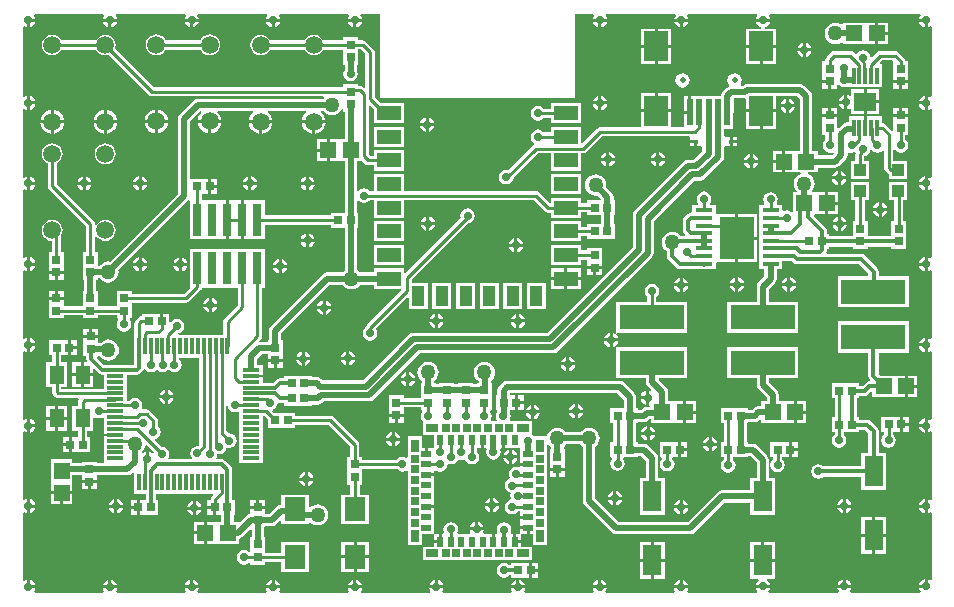
<source format=gtl>
G04 Layer_Physical_Order=1*
G04 Layer_Color=255*
%FSLAX25Y25*%
%MOIN*%
G70*
G01*
G75*
%ADD10R,0.07402X0.06181*%
%ADD11R,0.01181X0.05512*%
%ADD12R,0.03000X0.03000*%
%ADD13R,0.05500X0.05200*%
%ADD14R,0.06400X0.10300*%
%ADD15R,0.03000X0.03000*%
%ADD16R,0.01693X0.01260*%
%ADD17R,0.04921X0.06299*%
%ADD18R,0.05200X0.05500*%
%ADD19R,0.01181X0.05807*%
%ADD20R,0.05807X0.01181*%
%ADD21R,0.02913X0.10984*%
%ADD22R,0.01969X0.03307*%
%ADD23R,0.03307X0.01969*%
%ADD24R,0.04331X0.02559*%
%ADD25R,0.02559X0.02559*%
%ADD26R,0.02559X0.04331*%
%ADD27R,0.04000X0.04000*%
%ADD28R,0.01969X0.08858*%
%ADD29R,0.07874X0.09843*%
%ADD30R,0.21654X0.08465*%
%ADD31R,0.07874X0.04724*%
%ADD32R,0.04331X0.06693*%
%ADD33R,0.07087X0.07874*%
%ADD34R,0.05800X0.01400*%
%ADD35R,0.11600X0.14100*%
%ADD36C,0.01000*%
%ADD37C,0.02000*%
%ADD38C,0.01400*%
%ADD39C,0.01200*%
%ADD40C,0.01870*%
%ADD41C,0.05906*%
%ADD42C,0.02800*%
%ADD43C,0.05000*%
G36*
X411296Y294271D02*
X410939Y293736D01*
X410852Y293300D01*
X413200D01*
Y292800D01*
X413700D01*
Y290452D01*
X414136Y290539D01*
X414571Y290829D01*
X415071Y290562D01*
Y267538D01*
X414571Y267271D01*
X414136Y267561D01*
X413700Y267648D01*
Y265300D01*
Y262952D01*
X414136Y263039D01*
X414571Y263329D01*
X415071Y263062D01*
Y240638D01*
X414571Y240371D01*
X414136Y240661D01*
X413700Y240748D01*
Y238400D01*
Y236052D01*
X414136Y236139D01*
X414571Y236429D01*
X415071Y236162D01*
Y213738D01*
X414571Y213471D01*
X414136Y213761D01*
X413700Y213848D01*
Y211500D01*
Y209152D01*
X414136Y209239D01*
X414571Y209529D01*
X415071Y209262D01*
Y186838D01*
X414571Y186571D01*
X414136Y186861D01*
X413700Y186948D01*
Y184600D01*
Y182252D01*
X414136Y182339D01*
X414571Y182629D01*
X415071Y182362D01*
Y159938D01*
X414571Y159671D01*
X414136Y159961D01*
X413700Y160048D01*
Y157700D01*
Y155352D01*
X414136Y155439D01*
X414571Y155729D01*
X415071Y155462D01*
Y133038D01*
X414571Y132771D01*
X414136Y133061D01*
X413700Y133148D01*
Y130800D01*
Y128452D01*
X414136Y128539D01*
X414571Y128829D01*
X415071Y128562D01*
Y106338D01*
X414571Y106071D01*
X414136Y106361D01*
X413700Y106448D01*
Y104100D01*
X413200D01*
Y103600D01*
X410852D01*
X410939Y103164D01*
X411363Y102529D01*
X411147Y102029D01*
X387952D01*
X387737Y102529D01*
X388161Y103164D01*
X388248Y103600D01*
X383552D01*
X383639Y103164D01*
X384063Y102529D01*
X383847Y102029D01*
X360753D01*
X360537Y102529D01*
X360961Y103164D01*
X361048Y103600D01*
X356352D01*
X356439Y103164D01*
X356863Y102529D01*
X356647Y102029D01*
X333738D01*
X333471Y102529D01*
X333761Y102964D01*
X333848Y103400D01*
X329152D01*
X329239Y102964D01*
X329529Y102529D01*
X329262Y102029D01*
X306538D01*
X306271Y102529D01*
X306561Y102964D01*
X306648Y103400D01*
X301952D01*
X302039Y102964D01*
X302329Y102529D01*
X302062Y102029D01*
X279338D01*
X279071Y102529D01*
X279361Y102964D01*
X279448Y103400D01*
X274752D01*
X274839Y102964D01*
X275129Y102529D01*
X274862Y102029D01*
X252138D01*
X251871Y102529D01*
X252161Y102964D01*
X252248Y103400D01*
X247552D01*
X247639Y102964D01*
X247929Y102529D01*
X247662Y102029D01*
X224938D01*
X224671Y102529D01*
X224961Y102964D01*
X225048Y103400D01*
X220352D01*
X220439Y102964D01*
X220729Y102529D01*
X220462Y102029D01*
X197738D01*
X197471Y102529D01*
X197761Y102964D01*
X197848Y103400D01*
X193152D01*
X193239Y102964D01*
X193529Y102529D01*
X193262Y102029D01*
X170538D01*
X170271Y102529D01*
X170561Y102964D01*
X170648Y103400D01*
X165952D01*
X166039Y102964D01*
X166329Y102529D01*
X166062Y102029D01*
X143338D01*
X143071Y102529D01*
X143361Y102964D01*
X143448Y103400D01*
X138752D01*
X138839Y102964D01*
X139129Y102529D01*
X138862Y102029D01*
X116138D01*
X115871Y102529D01*
X116161Y102964D01*
X116248Y103400D01*
X113900D01*
Y103900D01*
X113400D01*
Y106248D01*
X112964Y106161D01*
X112529Y105871D01*
X112029Y106138D01*
Y128562D01*
X112529Y128829D01*
X112964Y128539D01*
X113400Y128452D01*
Y130800D01*
Y133148D01*
X112964Y133061D01*
X112529Y132771D01*
X112029Y133038D01*
Y155462D01*
X112529Y155729D01*
X112964Y155439D01*
X113400Y155352D01*
Y157700D01*
Y160048D01*
X112964Y159961D01*
X112529Y159671D01*
X112029Y159938D01*
Y182362D01*
X112529Y182629D01*
X112964Y182339D01*
X113400Y182252D01*
Y184600D01*
Y186948D01*
X112964Y186861D01*
X112529Y186571D01*
X112029Y186838D01*
Y209262D01*
X112529Y209529D01*
X112964Y209239D01*
X113400Y209152D01*
Y211500D01*
Y213848D01*
X112964Y213761D01*
X112529Y213471D01*
X112029Y213738D01*
Y236162D01*
X112529Y236429D01*
X112964Y236139D01*
X113400Y236052D01*
Y238400D01*
Y240748D01*
X112964Y240661D01*
X112529Y240371D01*
X112029Y240638D01*
Y263062D01*
X112529Y263329D01*
X112964Y263039D01*
X113400Y262952D01*
Y265300D01*
Y267648D01*
X112964Y267561D01*
X112529Y267271D01*
X112029Y267538D01*
Y290562D01*
X112529Y290829D01*
X112964Y290539D01*
X113400Y290452D01*
Y292800D01*
X113900D01*
Y293300D01*
X116248D01*
X116161Y293736D01*
X115804Y294271D01*
X116071Y294771D01*
X138929D01*
X139196Y294271D01*
X138839Y293736D01*
X138752Y293300D01*
X143448D01*
X143361Y293736D01*
X143004Y294271D01*
X143271Y294771D01*
X166129D01*
X166396Y294271D01*
X166039Y293736D01*
X165952Y293300D01*
X170648D01*
X170561Y293736D01*
X170204Y294271D01*
X170471Y294771D01*
X193329D01*
X193596Y294271D01*
X193239Y293736D01*
X193152Y293300D01*
X197848D01*
X197761Y293736D01*
X197404Y294271D01*
X197671Y294771D01*
X220529D01*
X220796Y294271D01*
X220439Y293736D01*
X220352Y293300D01*
X225048D01*
X224961Y293736D01*
X224604Y294271D01*
X224871Y294771D01*
X231032D01*
Y267754D01*
X231109Y267364D01*
X231330Y267033D01*
X231661Y266812D01*
X232051Y266735D01*
X295079D01*
X295469Y266812D01*
X295750Y267000D01*
X295800D01*
Y267034D01*
X296021Y267364D01*
X296098Y267754D01*
Y294771D01*
X302229D01*
X302496Y294271D01*
X302139Y293736D01*
X302052Y293300D01*
X306748D01*
X306661Y293736D01*
X306304Y294271D01*
X306571Y294771D01*
X329429D01*
X329696Y294271D01*
X329339Y293736D01*
X329252Y293300D01*
X333948D01*
X333861Y293736D01*
X333504Y294271D01*
X333771Y294771D01*
X356629D01*
X356896Y294271D01*
X356539Y293736D01*
X356452Y293300D01*
X361148D01*
X361061Y293736D01*
X360704Y294271D01*
X360971Y294771D01*
X411029D01*
X411296Y294271D01*
D02*
G37*
%LPC*%
G36*
X281519Y164648D02*
X281082Y164561D01*
X280288Y164030D01*
X279758Y163236D01*
X279671Y162800D01*
X281519D01*
Y164648D01*
D02*
G37*
G36*
X279010Y164789D02*
X277010D01*
Y162789D01*
X279010D01*
Y164789D01*
D02*
G37*
G36*
X373223Y165805D02*
X369973D01*
Y162705D01*
X373223D01*
Y165805D01*
D02*
G37*
G36*
X297000Y164806D02*
Y162959D01*
X298848D01*
X298761Y163395D01*
X298230Y164189D01*
X297436Y164719D01*
X297000Y164806D01*
D02*
G37*
G36*
X296000D02*
X295564Y164719D01*
X294770Y164189D01*
X294239Y163395D01*
X294152Y162959D01*
X296000D01*
Y164806D01*
D02*
G37*
G36*
X282519Y164648D02*
Y162800D01*
X284366D01*
X284279Y163236D01*
X283749Y164030D01*
X282955Y164561D01*
X282519Y164648D01*
D02*
G37*
G36*
X298848Y161959D02*
X297000D01*
Y160111D01*
X297436Y160198D01*
X298230Y160728D01*
X298761Y161522D01*
X298848Y161959D01*
D02*
G37*
G36*
X296000D02*
X294152D01*
X294239Y161522D01*
X294770Y160728D01*
X295564Y160198D01*
X296000Y160111D01*
Y161959D01*
D02*
G37*
G36*
X284366Y161800D02*
X282519D01*
Y159952D01*
X282955Y160039D01*
X283749Y160570D01*
X284279Y161364D01*
X284366Y161800D01*
D02*
G37*
G36*
X336412Y165805D02*
X333162D01*
Y162705D01*
X336412D01*
Y165805D01*
D02*
G37*
G36*
X126787Y164287D02*
X123827D01*
Y160638D01*
X126787D01*
Y164287D01*
D02*
G37*
G36*
X122827D02*
X119866D01*
Y160638D01*
X122827D01*
Y164287D01*
D02*
G37*
G36*
X407398Y192437D02*
X383744D01*
Y181973D01*
X393838D01*
Y174228D01*
X393969Y173564D01*
X394345Y173002D01*
X394384Y172963D01*
X394269Y172686D01*
X394148Y172492D01*
X393530Y172369D01*
X392967Y171993D01*
X391999Y171025D01*
X390919D01*
Y171791D01*
X381719D01*
Y166791D01*
X382689D01*
Y160472D01*
X381719D01*
Y155472D01*
X382689D01*
Y154664D01*
X382423Y154486D01*
X381893Y153692D01*
X381707Y152756D01*
X381893Y151820D01*
X382423Y151026D01*
X383217Y150495D01*
X384154Y150309D01*
X385090Y150495D01*
X385884Y151026D01*
X386414Y151820D01*
X386601Y152756D01*
X386414Y153692D01*
X385884Y154486D01*
X385748Y154577D01*
Y155472D01*
X390919D01*
Y156239D01*
X392884D01*
X393936Y155188D01*
Y148571D01*
X391469D01*
Y144155D01*
X378990D01*
X378200Y144682D01*
X377264Y144868D01*
X376327Y144682D01*
X375534Y144152D01*
X375003Y143358D01*
X374817Y142421D01*
X375003Y141485D01*
X375534Y140691D01*
X376327Y140161D01*
X377264Y139974D01*
X378200Y140161D01*
X378990Y140688D01*
X391469D01*
Y136271D01*
X399869D01*
Y148571D01*
X397403D01*
Y155905D01*
X397271Y156569D01*
X396895Y157131D01*
X394828Y159198D01*
X394266Y159574D01*
X393602Y159706D01*
X390919D01*
Y160472D01*
X390152D01*
Y166791D01*
X390919D01*
Y167558D01*
X392717D01*
X393380Y167690D01*
X393942Y168066D01*
X394781Y168904D01*
X395281Y168720D01*
Y167168D01*
X405981D01*
Y170768D01*
Y174368D01*
X397882D01*
X397304Y174946D01*
Y181973D01*
X407398D01*
Y192437D01*
D02*
G37*
G36*
X242765Y172700D02*
X240917D01*
Y170852D01*
X241354Y170939D01*
X242148Y171470D01*
X242678Y172264D01*
X242765Y172700D01*
D02*
G37*
G36*
X239917D02*
X238070D01*
X238157Y172264D01*
X238687Y171470D01*
X239481Y170939D01*
X239917Y170852D01*
Y172700D01*
D02*
G37*
G36*
X240917Y175548D02*
Y173700D01*
X242765D01*
X242678Y174136D01*
X242148Y174930D01*
X241354Y175461D01*
X240917Y175548D01*
D02*
G37*
G36*
X239917D02*
X239481Y175461D01*
X238687Y174930D01*
X238157Y174136D01*
X238070Y173700D01*
X239917D01*
Y175548D01*
D02*
G37*
G36*
X410231Y174368D02*
X406981D01*
Y171268D01*
X410231D01*
Y174368D01*
D02*
G37*
G36*
Y170268D02*
X406981D01*
Y167168D01*
X410231D01*
Y170268D01*
D02*
G37*
G36*
X279010Y167789D02*
X277010D01*
Y165789D01*
X279010D01*
Y167789D01*
D02*
G37*
G36*
X319800Y166500D02*
X317952D01*
X318039Y166064D01*
X318570Y165270D01*
X319364Y164739D01*
X319800Y164652D01*
Y166500D01*
D02*
G37*
G36*
X135449Y174205D02*
X132488D01*
Y170555D01*
X135449D01*
Y174205D01*
D02*
G37*
G36*
X131488D02*
X128528D01*
Y170555D01*
X131488D01*
Y174205D01*
D02*
G37*
G36*
X319800Y169348D02*
X319364Y169261D01*
X318570Y168730D01*
X318039Y167936D01*
X317952Y167500D01*
X319800D01*
Y169348D01*
D02*
G37*
G36*
X281519Y161800D02*
X279671D01*
X279758Y161364D01*
X280288Y160570D01*
X281082Y160039D01*
X281519Y159952D01*
Y161800D01*
D02*
G37*
G36*
X235000Y155548D02*
X234564Y155461D01*
X233770Y154930D01*
X233239Y154136D01*
X233152Y153700D01*
X235000D01*
Y155548D01*
D02*
G37*
G36*
X322887Y154600D02*
X321040D01*
Y152752D01*
X321476Y152839D01*
X322270Y153370D01*
X322800Y154164D01*
X322887Y154600D01*
D02*
G37*
G36*
X320040D02*
X318192D01*
X318279Y154164D01*
X318810Y153370D01*
X319603Y152839D01*
X320040Y152752D01*
Y154600D01*
D02*
G37*
G36*
X412700Y157200D02*
X410852D01*
X410939Y156764D01*
X411470Y155970D01*
X412264Y155439D01*
X412700Y155352D01*
Y157200D01*
D02*
G37*
G36*
X116248D02*
X114400D01*
Y155352D01*
X114836Y155439D01*
X115630Y155970D01*
X116161Y156764D01*
X116248Y157200D01*
D02*
G37*
G36*
X236000Y155548D02*
Y153700D01*
X237848D01*
X237761Y154136D01*
X237230Y154930D01*
X236436Y155461D01*
X236000Y155548D01*
D02*
G37*
G36*
X237848Y152700D02*
X236000D01*
Y150852D01*
X236436Y150939D01*
X237230Y151470D01*
X237761Y152264D01*
X237848Y152700D01*
D02*
G37*
G36*
X235000D02*
X233152D01*
X233239Y152264D01*
X233770Y151470D01*
X234564Y150939D01*
X235000Y150852D01*
Y152700D01*
D02*
G37*
G36*
X404356Y160571D02*
X398156D01*
Y155571D01*
X399127D01*
Y154621D01*
X398926Y154486D01*
X398395Y153692D01*
X398209Y152756D01*
X398395Y151820D01*
X398926Y151026D01*
X399720Y150495D01*
X400656Y150309D01*
X401592Y150495D01*
X402386Y151026D01*
X402917Y151820D01*
X403103Y152756D01*
X402917Y153692D01*
X402386Y154486D01*
X402185Y154621D01*
Y155571D01*
X404356D01*
Y158071D01*
Y160571D01*
D02*
G37*
G36*
X341700Y153848D02*
Y152000D01*
X343548D01*
X343461Y152436D01*
X342930Y153230D01*
X342136Y153761D01*
X341700Y153848D01*
D02*
G37*
G36*
X340700D02*
X340264Y153761D01*
X339470Y153230D01*
X338939Y152436D01*
X338852Y152000D01*
X340700D01*
Y153848D01*
D02*
G37*
G36*
X127321Y153779D02*
X125321D01*
Y151779D01*
X127321D01*
Y153779D01*
D02*
G37*
G36*
X336412Y161705D02*
X333162D01*
Y158605D01*
X336412D01*
Y161705D01*
D02*
G37*
G36*
X407356Y160571D02*
X405356D01*
Y158571D01*
X407356D01*
Y160571D01*
D02*
G37*
G36*
X412700Y160048D02*
X412264Y159961D01*
X411470Y159430D01*
X410939Y158636D01*
X410852Y158200D01*
X412700D01*
Y160048D01*
D02*
G37*
G36*
X239098Y160622D02*
X237098D01*
Y158622D01*
X239098D01*
Y160622D01*
D02*
G37*
G36*
X236098D02*
X234098D01*
Y158622D01*
X236098D01*
Y160622D01*
D02*
G37*
G36*
X373223Y161705D02*
X369973D01*
Y158605D01*
X373223D01*
Y161705D01*
D02*
G37*
G36*
X321040Y157448D02*
Y155600D01*
X322887D01*
X322800Y156036D01*
X322270Y156830D01*
X321476Y157361D01*
X321040Y157448D01*
D02*
G37*
G36*
X320040D02*
X319603Y157361D01*
X318810Y156830D01*
X318279Y156036D01*
X318192Y155600D01*
X320040D01*
Y157448D01*
D02*
G37*
G36*
X407356Y157571D02*
X405356D01*
Y155571D01*
X407356D01*
Y157571D01*
D02*
G37*
G36*
X114400Y160048D02*
Y158200D01*
X116248D01*
X116161Y158636D01*
X115630Y159430D01*
X114836Y159961D01*
X114400Y160048D01*
D02*
G37*
G36*
X126787Y159638D02*
X123827D01*
Y155988D01*
X126787D01*
Y159638D01*
D02*
G37*
G36*
X122827D02*
X119866D01*
Y155988D01*
X122827D01*
Y159638D01*
D02*
G37*
G36*
X131488Y178854D02*
X128528D01*
Y175205D01*
X131488D01*
Y178854D01*
D02*
G37*
G36*
X277600Y194948D02*
Y193100D01*
X279448D01*
X279361Y193536D01*
X278830Y194330D01*
X278036Y194861D01*
X277600Y194948D01*
D02*
G37*
G36*
X276600D02*
X276164Y194861D01*
X275370Y194330D01*
X274839Y193536D01*
X274752Y193100D01*
X276600D01*
Y194948D01*
D02*
G37*
G36*
X250400D02*
Y193100D01*
X252248D01*
X252161Y193536D01*
X251630Y194330D01*
X250836Y194861D01*
X250400Y194948D01*
D02*
G37*
G36*
X174095Y197300D02*
X172248D01*
X172335Y196864D01*
X172865Y196070D01*
X173659Y195539D01*
X174095Y195452D01*
Y197300D01*
D02*
G37*
G36*
X214811Y196500D02*
X212964D01*
Y194652D01*
X213400Y194739D01*
X214194Y195270D01*
X214725Y196064D01*
X214811Y196500D01*
D02*
G37*
G36*
X211964D02*
X210116D01*
X210203Y196064D01*
X210734Y195270D01*
X211527Y194739D01*
X211964Y194652D01*
Y196500D01*
D02*
G37*
G36*
X252248Y192100D02*
X250400D01*
Y190252D01*
X250836Y190339D01*
X251630Y190870D01*
X252161Y191664D01*
X252248Y192100D01*
D02*
G37*
G36*
X249400D02*
X247552D01*
X247639Y191664D01*
X248170Y190870D01*
X248964Y190339D01*
X249400Y190252D01*
Y192100D01*
D02*
G37*
G36*
X321752Y204908D02*
X320815Y204721D01*
X320022Y204191D01*
X319491Y203397D01*
X319305Y202461D01*
X319491Y201524D01*
X320022Y200730D01*
X320223Y200596D01*
Y199031D01*
X309925D01*
Y189040D01*
X309925Y188682D01*
X309915Y188627D01*
X309539Y188292D01*
X309136Y188561D01*
X308700Y188648D01*
Y186800D01*
X310548D01*
X310461Y187236D01*
X309956Y187993D01*
X309930Y188030D01*
X309886Y188125D01*
X310145Y188567D01*
X310397Y188567D01*
X333579D01*
Y199031D01*
X323281D01*
Y200596D01*
X323482Y200730D01*
X324013Y201524D01*
X324199Y202461D01*
X324013Y203397D01*
X323482Y204191D01*
X322688Y204721D01*
X321752Y204908D01*
D02*
G37*
G36*
X249400Y194948D02*
X248964Y194861D01*
X248170Y194330D01*
X247639Y193536D01*
X247552Y193100D01*
X249400D01*
Y194948D01*
D02*
G37*
G36*
X279448Y192100D02*
X277600D01*
Y190252D01*
X278036Y190339D01*
X278830Y190870D01*
X279361Y191664D01*
X279448Y192100D01*
D02*
G37*
G36*
X276600D02*
X274752D01*
X274839Y191664D01*
X275370Y190870D01*
X276164Y190339D01*
X276600Y190252D01*
Y192100D01*
D02*
G37*
G36*
X174095Y200148D02*
X173659Y200061D01*
X172865Y199530D01*
X172335Y198736D01*
X172248Y198300D01*
X174095D01*
Y200148D01*
D02*
G37*
G36*
X212964Y199348D02*
Y197500D01*
X214811D01*
X214725Y197936D01*
X214194Y198730D01*
X213400Y199261D01*
X212964Y199348D01*
D02*
G37*
G36*
X211964D02*
X211527Y199261D01*
X210734Y198730D01*
X210203Y197936D01*
X210116Y197500D01*
X211964D01*
Y199348D01*
D02*
G37*
G36*
X125728Y202631D02*
X123728D01*
Y200631D01*
X125728D01*
Y202631D01*
D02*
G37*
G36*
X122728D02*
X120728D01*
Y200631D01*
X122728D01*
Y202631D01*
D02*
G37*
G36*
X175095Y200148D02*
Y198300D01*
X176943D01*
X176856Y198736D01*
X176326Y199530D01*
X175532Y200061D01*
X175095Y200148D01*
D02*
G37*
G36*
X262811Y205134D02*
X256480D01*
Y196441D01*
X262811D01*
Y205134D01*
D02*
G37*
G36*
X254937D02*
X248606D01*
Y196441D01*
X254937D01*
Y205134D01*
D02*
G37*
G36*
X176943Y197300D02*
X175095D01*
Y195452D01*
X175532Y195539D01*
X176326Y196070D01*
X176856Y196864D01*
X176943Y197300D01*
D02*
G37*
G36*
X286433Y205134D02*
X280102D01*
Y196441D01*
X286433D01*
Y205134D01*
D02*
G37*
G36*
X278559D02*
X272228D01*
Y196441D01*
X278559D01*
Y205134D01*
D02*
G37*
G36*
X270685D02*
X264354D01*
Y196441D01*
X270685D01*
Y205134D01*
D02*
G37*
G36*
X137244Y189935D02*
X135244D01*
Y187935D01*
X137244D01*
Y189935D01*
D02*
G37*
G36*
X293200Y180623D02*
X292764Y180536D01*
X291970Y180006D01*
X291439Y179212D01*
X291352Y178775D01*
X293200D01*
Y180623D01*
D02*
G37*
G36*
X222748Y179600D02*
X220900D01*
Y177752D01*
X221336Y177839D01*
X222130Y178370D01*
X222661Y179164D01*
X222748Y179600D01*
D02*
G37*
G36*
X219900D02*
X218052D01*
X218139Y179164D01*
X218670Y178370D01*
X219464Y177839D01*
X219900Y177752D01*
Y179600D01*
D02*
G37*
G36*
X206049Y182353D02*
Y180506D01*
X207897D01*
X207810Y180942D01*
X207280Y181736D01*
X206486Y182266D01*
X206049Y182353D01*
D02*
G37*
G36*
X205049D02*
X204613Y182266D01*
X203819Y181736D01*
X203289Y180942D01*
X203202Y180506D01*
X205049D01*
Y182353D01*
D02*
G37*
G36*
X294200Y180623D02*
Y178775D01*
X296048D01*
X295961Y179212D01*
X295430Y180006D01*
X294636Y180536D01*
X294200Y180623D01*
D02*
G37*
G36*
X195661Y178896D02*
X193661D01*
Y176896D01*
X195661D01*
Y178896D01*
D02*
G37*
G36*
X296048Y177775D02*
X294200D01*
Y175928D01*
X294636Y176014D01*
X295430Y176545D01*
X295961Y177339D01*
X296048Y177775D01*
D02*
G37*
G36*
X293200D02*
X291352D01*
X291439Y177339D01*
X291970Y176545D01*
X292764Y176014D01*
X293200Y175928D01*
Y177775D01*
D02*
G37*
G36*
X207897Y179506D02*
X206049D01*
Y177658D01*
X206486Y177745D01*
X207280Y178275D01*
X207810Y179069D01*
X207897Y179506D01*
D02*
G37*
G36*
X205049D02*
X203202D01*
X203289Y179069D01*
X203819Y178275D01*
X204613Y177745D01*
X205049Y177658D01*
Y179506D01*
D02*
G37*
G36*
X198661Y178896D02*
X196661D01*
Y176896D01*
X198661D01*
Y178896D01*
D02*
G37*
G36*
X114400Y186948D02*
Y185100D01*
X116248D01*
X116161Y185536D01*
X115630Y186330D01*
X114836Y186861D01*
X114400Y186948D01*
D02*
G37*
G36*
X129994Y186063D02*
X127994D01*
Y184063D01*
X129994D01*
Y186063D01*
D02*
G37*
G36*
X310548Y185800D02*
X308700D01*
Y183952D01*
X309136Y184039D01*
X309930Y184570D01*
X310461Y185364D01*
X310548Y185800D01*
D02*
G37*
G36*
X134244Y189935D02*
X132244D01*
Y187935D01*
X134244D01*
Y189935D01*
D02*
G37*
G36*
X307700Y188648D02*
X307264Y188561D01*
X306470Y188030D01*
X305939Y187236D01*
X305852Y186800D01*
X307700D01*
Y188648D01*
D02*
G37*
G36*
X412700Y186948D02*
X412264Y186861D01*
X411470Y186330D01*
X410939Y185536D01*
X410852Y185100D01*
X412700D01*
Y186948D01*
D02*
G37*
G36*
X129994Y183063D02*
X127994D01*
Y181063D01*
X129994D01*
Y183063D01*
D02*
G37*
G36*
X220900Y182448D02*
Y180600D01*
X222748D01*
X222661Y181036D01*
X222130Y181830D01*
X221336Y182361D01*
X220900Y182448D01*
D02*
G37*
G36*
X219900D02*
X219464Y182361D01*
X218670Y181830D01*
X218139Y181036D01*
X218052Y180600D01*
X219900D01*
Y182448D01*
D02*
G37*
G36*
X307700Y185800D02*
X305852D01*
X305939Y185364D01*
X306470Y184570D01*
X307264Y184039D01*
X307700Y183952D01*
Y185800D01*
D02*
G37*
G36*
X412700Y184100D02*
X410852D01*
X410939Y183664D01*
X411470Y182870D01*
X412264Y182339D01*
X412700Y182252D01*
Y184100D01*
D02*
G37*
G36*
X116248D02*
X114400D01*
Y182252D01*
X114836Y182339D01*
X115630Y182870D01*
X116161Y183664D01*
X116248Y184100D01*
D02*
G37*
G36*
X370348Y152106D02*
X368348D01*
Y150106D01*
X370348D01*
Y152106D01*
D02*
G37*
G36*
X222295Y118913D02*
X218252D01*
Y114476D01*
X222295D01*
Y118913D01*
D02*
G37*
G36*
X362861Y118905D02*
X359161D01*
Y113255D01*
X362861D01*
Y118905D01*
D02*
G37*
G36*
X358161D02*
X354461D01*
Y113255D01*
X358161D01*
Y118905D01*
D02*
G37*
G36*
X399869Y120621D02*
X396169D01*
Y114971D01*
X399869D01*
Y120621D01*
D02*
G37*
G36*
X395169D02*
X391469D01*
Y114971D01*
X395169D01*
Y120621D01*
D02*
G37*
G36*
X227339Y118913D02*
X223295D01*
Y114476D01*
X227339D01*
Y118913D01*
D02*
G37*
G36*
X280931Y111949D02*
X274731D01*
Y111182D01*
X274134D01*
X273344Y111710D01*
X272408Y111896D01*
X271471Y111710D01*
X270678Y111179D01*
X270147Y110385D01*
X269961Y109449D01*
X270147Y108512D01*
X270678Y107719D01*
X271471Y107188D01*
X272408Y107002D01*
X273344Y107188D01*
X274134Y107715D01*
X274731D01*
Y106949D01*
X280931D01*
Y109449D01*
Y111949D01*
D02*
G37*
G36*
X283931D02*
X281931D01*
Y109949D01*
X283931D01*
Y111949D01*
D02*
G37*
G36*
X227339Y113476D02*
X223295D01*
Y109039D01*
X227339D01*
Y113476D01*
D02*
G37*
G36*
X326050Y118905D02*
X322350D01*
Y113255D01*
X326050D01*
Y118905D01*
D02*
G37*
G36*
X321350D02*
X317650D01*
Y113255D01*
X321350D01*
Y118905D01*
D02*
G37*
G36*
X254700Y125547D02*
X253764Y125361D01*
X252970Y124830D01*
X252439Y124036D01*
X252253Y123100D01*
X252439Y122164D01*
X252488Y122091D01*
X252252Y121650D01*
X251681D01*
Y118996D01*
X251181D01*
Y118496D01*
X249197D01*
Y117358D01*
X245358D01*
Y112799D01*
X281807D01*
Y117358D01*
X277969D01*
Y118496D01*
X275984D01*
Y118996D01*
X275484D01*
Y121650D01*
X274934D01*
X274748Y121998D01*
X274712Y122150D01*
X274888Y123031D01*
X274702Y123968D01*
X274171Y124762D01*
X273377Y125292D01*
X272441Y125478D01*
X271504Y125292D01*
X270711Y124762D01*
X270180Y123968D01*
X269994Y123031D01*
X270169Y122150D01*
X270134Y121998D01*
X269948Y121650D01*
X269398D01*
Y118996D01*
X268398D01*
Y121650D01*
X265654D01*
X265419Y122091D01*
X265601Y122364D01*
X265688Y122800D01*
X260993D01*
X261080Y122364D01*
X261262Y122091D01*
X261026Y121650D01*
X257148D01*
X256912Y122091D01*
X256961Y122164D01*
X257147Y123100D01*
X256961Y124036D01*
X256430Y124830D01*
X255636Y125361D01*
X254700Y125547D01*
D02*
G37*
G36*
X171584Y129700D02*
X169736D01*
Y127852D01*
X170173Y127939D01*
X170967Y128470D01*
X171497Y129264D01*
X171584Y129700D01*
D02*
G37*
G36*
X168736D02*
X166889D01*
X166976Y129264D01*
X167506Y128470D01*
X168300Y127939D01*
X168736Y127852D01*
Y129700D01*
D02*
G37*
G36*
X263840Y125648D02*
Y123800D01*
X265688D01*
X265601Y124236D01*
X265071Y125030D01*
X264277Y125561D01*
X263840Y125648D01*
D02*
G37*
G36*
X331000Y130100D02*
X329152D01*
X329239Y129664D01*
X329770Y128870D01*
X330564Y128339D01*
X331000Y128252D01*
Y130100D01*
D02*
G37*
G36*
X175550Y129913D02*
X173550D01*
Y127913D01*
X175550D01*
Y129913D01*
D02*
G37*
G36*
X149959D02*
X147959D01*
Y127913D01*
X149959D01*
Y129913D01*
D02*
G37*
G36*
X395169Y127271D02*
X391469D01*
Y121621D01*
X395169D01*
Y127271D01*
D02*
G37*
G36*
X280051Y123063D02*
X277898D01*
Y121650D01*
X276484D01*
Y119496D01*
X277969D01*
Y121579D01*
X280051D01*
Y123063D01*
D02*
G37*
G36*
X172350Y121449D02*
X169100D01*
Y118349D01*
X172350D01*
Y121449D01*
D02*
G37*
G36*
X262840Y125648D02*
X262404Y125561D01*
X261610Y125030D01*
X261080Y124236D01*
X260993Y123800D01*
X262840D01*
Y125648D01*
D02*
G37*
G36*
X172350Y125549D02*
X169100D01*
Y122449D01*
X172350D01*
Y125549D01*
D02*
G37*
G36*
X399869Y127271D02*
X396169D01*
Y121621D01*
X399869D01*
Y127271D01*
D02*
G37*
G36*
X222295Y113476D02*
X218252D01*
Y109039D01*
X222295D01*
Y113476D01*
D02*
G37*
G36*
X223200Y106248D02*
Y104400D01*
X225048D01*
X224961Y104836D01*
X224430Y105630D01*
X223636Y106161D01*
X223200Y106248D01*
D02*
G37*
G36*
X222200D02*
X221764Y106161D01*
X220970Y105630D01*
X220439Y104836D01*
X220352Y104400D01*
X222200D01*
Y106248D01*
D02*
G37*
G36*
X196000D02*
Y104400D01*
X197848D01*
X197761Y104836D01*
X197230Y105630D01*
X196436Y106161D01*
X196000Y106248D01*
D02*
G37*
G36*
X276600D02*
X276164Y106161D01*
X275370Y105630D01*
X274839Y104836D01*
X274752Y104400D01*
X276600D01*
Y106248D01*
D02*
G37*
G36*
X250400D02*
Y104400D01*
X252248D01*
X252161Y104836D01*
X251630Y105630D01*
X250836Y106161D01*
X250400Y106248D01*
D02*
G37*
G36*
X249400D02*
X248964Y106161D01*
X248170Y105630D01*
X247639Y104836D01*
X247552Y104400D01*
X249400D01*
Y106248D01*
D02*
G37*
G36*
X141600D02*
Y104400D01*
X143448D01*
X143361Y104836D01*
X142830Y105630D01*
X142036Y106161D01*
X141600Y106248D01*
D02*
G37*
G36*
X140600D02*
X140164Y106161D01*
X139370Y105630D01*
X138839Y104836D01*
X138752Y104400D01*
X140600D01*
Y106248D01*
D02*
G37*
G36*
X114400D02*
Y104400D01*
X116248D01*
X116161Y104836D01*
X115630Y105630D01*
X114836Y106161D01*
X114400Y106248D01*
D02*
G37*
G36*
X195000D02*
X194564Y106161D01*
X193770Y105630D01*
X193239Y104836D01*
X193152Y104400D01*
X195000D01*
Y106248D01*
D02*
G37*
G36*
X168800D02*
Y104400D01*
X170648D01*
X170561Y104836D01*
X170030Y105630D01*
X169236Y106161D01*
X168800Y106248D01*
D02*
G37*
G36*
X167800D02*
X167364Y106161D01*
X166570Y105630D01*
X166039Y104836D01*
X165952Y104400D01*
X167800D01*
Y106248D01*
D02*
G37*
G36*
X412700Y106448D02*
X412264Y106361D01*
X411470Y105830D01*
X410939Y105036D01*
X410852Y104600D01*
X412700D01*
Y106448D01*
D02*
G37*
G36*
X386400D02*
Y104600D01*
X388248D01*
X388161Y105036D01*
X387630Y105830D01*
X386836Y106361D01*
X386400Y106448D01*
D02*
G37*
G36*
X385400D02*
X384964Y106361D01*
X384170Y105830D01*
X383639Y105036D01*
X383552Y104600D01*
X385400D01*
Y106448D01*
D02*
G37*
G36*
X283931Y108949D02*
X281931D01*
Y106949D01*
X283931D01*
Y108949D01*
D02*
G37*
G36*
X326050Y112255D02*
X322350D01*
Y106605D01*
X326050D01*
Y112255D01*
D02*
G37*
G36*
X321350D02*
X317650D01*
Y106605D01*
X321350D01*
Y112255D01*
D02*
G37*
G36*
X304800Y106248D02*
Y104400D01*
X306648D01*
X306561Y104836D01*
X306030Y105630D01*
X305236Y106161D01*
X304800Y106248D01*
D02*
G37*
G36*
X303800D02*
X303364Y106161D01*
X302570Y105630D01*
X302039Y104836D01*
X301952Y104400D01*
X303800D01*
Y106248D01*
D02*
G37*
G36*
X277600D02*
Y104400D01*
X279448D01*
X279361Y104836D01*
X278830Y105630D01*
X278036Y106161D01*
X277600Y106248D01*
D02*
G37*
G36*
X362861Y112255D02*
X358661D01*
X354461D01*
Y106605D01*
X357229D01*
X357381Y106105D01*
X356970Y105830D01*
X356439Y105036D01*
X356352Y104600D01*
X361048D01*
X360961Y105036D01*
X360430Y105830D01*
X360019Y106105D01*
X360171Y106605D01*
X362861D01*
Y112255D01*
D02*
G37*
G36*
X332000Y106248D02*
Y104400D01*
X333848D01*
X333761Y104836D01*
X333230Y105630D01*
X332436Y106161D01*
X332000Y106248D01*
D02*
G37*
G36*
X331000D02*
X330564Y106161D01*
X329770Y105630D01*
X329239Y104836D01*
X329152Y104400D01*
X331000D01*
Y106248D01*
D02*
G37*
G36*
X333848Y130100D02*
X332000D01*
Y128252D01*
X332436Y128339D01*
X333230Y128870D01*
X333761Y129664D01*
X333848Y130100D01*
D02*
G37*
G36*
X206100Y142160D02*
X205664Y142073D01*
X204870Y141542D01*
X204339Y140749D01*
X204252Y140312D01*
X206100D01*
Y142160D01*
D02*
G37*
G36*
X208948Y139312D02*
X207100D01*
Y137464D01*
X207536Y137551D01*
X208330Y138082D01*
X208861Y138876D01*
X208948Y139312D01*
D02*
G37*
G36*
X206100D02*
X204252D01*
X204339Y138876D01*
X204870Y138082D01*
X205664Y137551D01*
X206100Y137464D01*
Y139312D01*
D02*
G37*
G36*
X292756Y142577D02*
X290756D01*
Y140577D01*
X292756D01*
Y142577D01*
D02*
G37*
G36*
X289756D02*
X287756D01*
Y140577D01*
X289756D01*
Y142577D01*
D02*
G37*
G36*
X207100Y142160D02*
Y140312D01*
X208948D01*
X208861Y140749D01*
X208330Y141542D01*
X207536Y142073D01*
X207100Y142160D01*
D02*
G37*
G36*
X308923Y135848D02*
X308486Y135761D01*
X307693Y135230D01*
X307162Y134436D01*
X307075Y134000D01*
X308923D01*
Y135848D01*
D02*
G37*
G36*
X268900Y133648D02*
Y131800D01*
X270748D01*
X270661Y132236D01*
X270130Y133030D01*
X269336Y133561D01*
X268900Y133648D01*
D02*
G37*
G36*
X267900D02*
X267464Y133561D01*
X266670Y133030D01*
X266139Y132236D01*
X266052Y131800D01*
X267900D01*
Y133648D01*
D02*
G37*
G36*
X136752Y138443D02*
X134752D01*
Y136443D01*
X136752D01*
Y138443D01*
D02*
G37*
G36*
X133752D02*
X131752D01*
Y136443D01*
X133752D01*
Y138443D01*
D02*
G37*
G36*
X309923Y135848D02*
Y134000D01*
X311770D01*
X311684Y134436D01*
X311153Y135230D01*
X310359Y135761D01*
X309923Y135848D01*
D02*
G37*
G36*
X127321Y150779D02*
X125321D01*
Y148779D01*
X127321D01*
Y150779D01*
D02*
G37*
G36*
X275100Y149566D02*
Y147718D01*
X276948D01*
X276861Y148154D01*
X276330Y148948D01*
X275536Y149479D01*
X275100Y149566D01*
D02*
G37*
G36*
X274100D02*
X273664Y149479D01*
X272870Y148948D01*
X272339Y148154D01*
X272252Y147718D01*
X274100D01*
Y149566D01*
D02*
G37*
G36*
X333537Y152106D02*
X331537D01*
Y150106D01*
X333537D01*
Y152106D01*
D02*
G37*
G36*
X343548Y151000D02*
X341700D01*
Y149152D01*
X342136Y149239D01*
X342930Y149770D01*
X343461Y150564D01*
X343548Y151000D01*
D02*
G37*
G36*
X340700D02*
X338852D01*
X338939Y150564D01*
X339470Y149770D01*
X340264Y149239D01*
X340700Y149152D01*
Y151000D01*
D02*
G37*
G36*
X274100Y146718D02*
X272252D01*
X272339Y146282D01*
X272870Y145488D01*
X273664Y144957D01*
X274100Y144871D01*
Y146718D01*
D02*
G37*
G36*
X330537Y152106D02*
X324337D01*
Y147106D01*
X324946D01*
X325107Y146612D01*
X324576Y145818D01*
X324390Y144882D01*
X324576Y143946D01*
X325107Y143152D01*
X325901Y142621D01*
X326837Y142435D01*
X327773Y142621D01*
X328567Y143152D01*
X329098Y143946D01*
X329284Y144882D01*
X329098Y145818D01*
X328567Y146612D01*
X328728Y147106D01*
X330537D01*
Y149606D01*
Y152106D01*
D02*
G37*
G36*
X367348D02*
X361148D01*
Y147106D01*
X362119D01*
Y146386D01*
X361918Y146252D01*
X361387Y145458D01*
X361201Y144521D01*
X361387Y143585D01*
X361918Y142791D01*
X362712Y142261D01*
X363648Y142074D01*
X364584Y142261D01*
X365378Y142791D01*
X365909Y143585D01*
X366095Y144521D01*
X365909Y145458D01*
X365378Y146252D01*
X365177Y146386D01*
Y147106D01*
X367348D01*
Y149606D01*
Y152106D01*
D02*
G37*
G36*
X370348Y149106D02*
X368348D01*
Y147106D01*
X370348D01*
Y149106D01*
D02*
G37*
G36*
X333537D02*
X331537D01*
Y147106D01*
X333537D01*
Y149106D01*
D02*
G37*
G36*
X276948Y146718D02*
X275100D01*
Y144871D01*
X275536Y144957D01*
X276330Y145488D01*
X276861Y146282D01*
X276948Y146718D01*
D02*
G37*
G36*
X128600Y134751D02*
X125500D01*
Y131501D01*
X128600D01*
Y134751D01*
D02*
G37*
G36*
X168736Y132548D02*
X168300Y132461D01*
X167506Y131930D01*
X166976Y131136D01*
X166889Y130700D01*
X168736D01*
Y132548D01*
D02*
G37*
G36*
X270748Y130800D02*
X268900D01*
Y128952D01*
X269336Y129039D01*
X270130Y129570D01*
X270661Y130364D01*
X270748Y130800D01*
D02*
G37*
G36*
X267900D02*
X266052D01*
X266139Y130364D01*
X266670Y129570D01*
X267464Y129039D01*
X267900Y128952D01*
Y130800D01*
D02*
G37*
G36*
X189854Y132947D02*
X187854D01*
Y130947D01*
X189854D01*
Y132947D01*
D02*
G37*
G36*
X149959Y132913D02*
X147959D01*
Y130913D01*
X149959D01*
Y132913D01*
D02*
G37*
G36*
X169736Y132548D02*
Y130700D01*
X171584D01*
X171497Y131136D01*
X170967Y131930D01*
X170173Y132461D01*
X169736Y132548D01*
D02*
G37*
G36*
X145448Y130300D02*
X143600D01*
Y128452D01*
X144036Y128539D01*
X144830Y129070D01*
X145361Y129864D01*
X145448Y130300D01*
D02*
G37*
G36*
X142600D02*
X140752D01*
X140839Y129864D01*
X141370Y129070D01*
X142164Y128539D01*
X142600Y128452D01*
Y130300D01*
D02*
G37*
G36*
X116248D02*
X114400D01*
Y128452D01*
X114836Y128539D01*
X115630Y129070D01*
X116161Y129864D01*
X116248Y130300D01*
D02*
G37*
G36*
X412700D02*
X410852D01*
X410939Y129864D01*
X411470Y129070D01*
X412264Y128539D01*
X412700Y128452D01*
Y130300D01*
D02*
G37*
G36*
X388248D02*
X386400D01*
Y128452D01*
X386836Y128539D01*
X387630Y129070D01*
X388161Y129864D01*
X388248Y130300D01*
D02*
G37*
G36*
X385400D02*
X383552D01*
X383639Y129864D01*
X384170Y129070D01*
X384964Y128539D01*
X385400Y128452D01*
Y130300D01*
D02*
G37*
G36*
Y133148D02*
X384964Y133061D01*
X384170Y132530D01*
X383639Y131736D01*
X383552Y131300D01*
X385400D01*
Y133148D01*
D02*
G37*
G36*
X143600D02*
Y131300D01*
X145448D01*
X145361Y131736D01*
X144830Y132530D01*
X144036Y133061D01*
X143600Y133148D01*
D02*
G37*
G36*
X142600D02*
X142164Y133061D01*
X141370Y132530D01*
X140839Y131736D01*
X140752Y131300D01*
X142600D01*
Y133148D01*
D02*
G37*
G36*
X124500Y134751D02*
X121400D01*
Y131501D01*
X124500D01*
Y134751D01*
D02*
G37*
G36*
X412700Y133148D02*
X412264Y133061D01*
X411470Y132530D01*
X410939Y131736D01*
X410852Y131300D01*
X412700D01*
Y133148D01*
D02*
G37*
G36*
X386400D02*
Y131300D01*
X388248D01*
X388161Y131736D01*
X387630Y132530D01*
X386836Y133061D01*
X386400Y133148D01*
D02*
G37*
G36*
X332000Y132948D02*
Y131100D01*
X333848D01*
X333761Y131536D01*
X333230Y132330D01*
X332436Y132861D01*
X332000Y132948D01*
D02*
G37*
G36*
X331000D02*
X330564Y132861D01*
X329770Y132330D01*
X329239Y131536D01*
X329152Y131100D01*
X331000D01*
Y132948D01*
D02*
G37*
G36*
X192854Y132947D02*
X190854D01*
Y130947D01*
X192854D01*
Y132947D01*
D02*
G37*
G36*
X114400Y133148D02*
Y131300D01*
X116248D01*
X116161Y131736D01*
X115630Y132530D01*
X114836Y133061D01*
X114400Y133148D01*
D02*
G37*
G36*
X311770Y133000D02*
X309923D01*
Y131152D01*
X310359Y131239D01*
X311153Y131770D01*
X311684Y132564D01*
X311770Y133000D01*
D02*
G37*
G36*
X308923D02*
X307075D01*
X307162Y132564D01*
X307693Y131770D01*
X308486Y131239D01*
X308923Y131152D01*
Y133000D01*
D02*
G37*
G36*
X139067Y262878D02*
X138535Y262808D01*
X137574Y262409D01*
X136748Y261776D01*
X136114Y260950D01*
X135716Y259989D01*
X135646Y259457D01*
X139067D01*
Y262878D01*
D02*
G37*
G36*
X121350D02*
X120818Y262808D01*
X119857Y262409D01*
X119031Y261776D01*
X118398Y260950D01*
X117999Y259989D01*
X117929Y259457D01*
X121350D01*
Y262878D01*
D02*
G37*
G36*
X247300Y260371D02*
Y258523D01*
X249148D01*
X249061Y258960D01*
X248530Y259753D01*
X247736Y260284D01*
X247300Y260371D01*
D02*
G37*
G36*
X156095Y262976D02*
X155563Y262906D01*
X154601Y262508D01*
X153775Y261874D01*
X153142Y261049D01*
X152743Y260087D01*
X152673Y259555D01*
X156095D01*
Y262976D01*
D02*
G37*
G36*
X140067Y262878D02*
Y259457D01*
X143488D01*
X143418Y259989D01*
X143020Y260950D01*
X142386Y261776D01*
X141560Y262409D01*
X140599Y262808D01*
X140067Y262878D01*
D02*
G37*
G36*
X122350D02*
Y259457D01*
X125771D01*
X125701Y259989D01*
X125303Y260950D01*
X124670Y261776D01*
X123844Y262409D01*
X122882Y262808D01*
X122350Y262878D01*
D02*
G37*
G36*
X249148Y257523D02*
X247300D01*
Y255676D01*
X247736Y255763D01*
X248530Y256293D01*
X249061Y257087D01*
X249148Y257523D01*
D02*
G37*
G36*
X246300D02*
X244452D01*
X244539Y257087D01*
X245070Y256293D01*
X245864Y255763D01*
X246300Y255676D01*
Y257523D01*
D02*
G37*
G36*
X160515Y258555D02*
X157095D01*
Y255134D01*
X157626Y255204D01*
X158588Y255602D01*
X159414Y256236D01*
X160047Y257062D01*
X160445Y258023D01*
X160515Y258555D01*
D02*
G37*
G36*
X246300Y260371D02*
X245864Y260284D01*
X245070Y259753D01*
X244539Y258960D01*
X244452Y258523D01*
X246300D01*
Y260371D01*
D02*
G37*
G36*
X363106Y262098D02*
X358669D01*
Y256677D01*
X363106D01*
Y262098D01*
D02*
G37*
G36*
X357669D02*
X353232D01*
Y256677D01*
X357669D01*
Y262098D01*
D02*
G37*
G36*
X333850Y267535D02*
X332366D01*
Y262606D01*
X333850D01*
Y267535D01*
D02*
G37*
G36*
X369348Y263800D02*
X367500D01*
Y261952D01*
X367936Y262039D01*
X368730Y262570D01*
X369261Y263364D01*
X369348Y263800D01*
D02*
G37*
G36*
X366500D02*
X364652D01*
X364739Y263364D01*
X365270Y262570D01*
X366064Y262039D01*
X366500Y261952D01*
Y263800D01*
D02*
G37*
G36*
X306748Y264800D02*
X304900D01*
Y262952D01*
X305336Y263039D01*
X306130Y263570D01*
X306661Y264364D01*
X306748Y264800D01*
D02*
G37*
G36*
X303900D02*
X302052D01*
X302139Y264364D01*
X302670Y263570D01*
X303464Y263039D01*
X303900Y262952D01*
Y264800D01*
D02*
G37*
G36*
X116248D02*
X114400D01*
Y262952D01*
X114836Y263039D01*
X115630Y263570D01*
X116161Y264364D01*
X116248Y264800D01*
D02*
G37*
G36*
X404224Y263655D02*
X402224D01*
Y261655D01*
X404224D01*
Y263655D01*
D02*
G37*
G36*
X397614Y265150D02*
X393413D01*
Y261559D01*
X397614D01*
Y265150D01*
D02*
G37*
G36*
X157095Y262976D02*
Y259555D01*
X160515D01*
X160445Y260087D01*
X160047Y261049D01*
X159414Y261874D01*
X158588Y262508D01*
X157626Y262906D01*
X157095Y262976D01*
D02*
G37*
G36*
X383602Y263655D02*
X381602D01*
Y261655D01*
X383602D01*
Y263655D01*
D02*
G37*
G36*
X380602D02*
X378602D01*
Y261655D01*
X380602D01*
Y263655D01*
D02*
G37*
G36*
X407224D02*
X405224D01*
Y261655D01*
X407224D01*
Y263655D01*
D02*
G37*
G36*
X365263Y249269D02*
X362013D01*
Y246169D01*
X365263D01*
Y249269D01*
D02*
G37*
G36*
X139567Y251809D02*
X138666Y251691D01*
X137826Y251343D01*
X137104Y250789D01*
X136551Y250068D01*
X136203Y249228D01*
X136084Y248327D01*
X136203Y247425D01*
X136551Y246585D01*
X137104Y245864D01*
X137826Y245311D01*
X138666Y244963D01*
X139567Y244844D01*
X140468Y244963D01*
X141308Y245311D01*
X142030Y245864D01*
X142583Y246585D01*
X142931Y247425D01*
X143050Y248327D01*
X142931Y249228D01*
X142583Y250068D01*
X142030Y250789D01*
X141308Y251343D01*
X140468Y251691D01*
X139567Y251809D01*
D02*
G37*
G36*
X326048Y245900D02*
X324200D01*
Y244052D01*
X324636Y244139D01*
X325430Y244670D01*
X325961Y245464D01*
X326048Y245900D01*
D02*
G37*
G36*
X306600Y248748D02*
X306164Y248661D01*
X305370Y248130D01*
X304839Y247336D01*
X304752Y246900D01*
X306600D01*
Y248748D01*
D02*
G37*
G36*
X355300Y248189D02*
Y246342D01*
X357148D01*
X357061Y246778D01*
X356530Y247572D01*
X355736Y248103D01*
X355300Y248189D01*
D02*
G37*
G36*
X354300D02*
X353864Y248103D01*
X353070Y247572D01*
X352539Y246778D01*
X352452Y246342D01*
X354300D01*
Y248189D01*
D02*
G37*
G36*
X357148Y245342D02*
X355300D01*
Y243494D01*
X355736Y243581D01*
X356530Y244112D01*
X357061Y244905D01*
X357148Y245342D01*
D02*
G37*
G36*
X354300D02*
X352452D01*
X352539Y244905D01*
X353070Y244112D01*
X353864Y243581D01*
X354300Y243494D01*
Y245342D01*
D02*
G37*
G36*
X365263Y245169D02*
X362013D01*
Y242069D01*
X365263D01*
Y245169D01*
D02*
G37*
G36*
X323200Y245900D02*
X321352D01*
X321439Y245464D01*
X321970Y244670D01*
X322764Y244139D01*
X323200Y244052D01*
Y245900D01*
D02*
G37*
G36*
X309448D02*
X307600D01*
Y244052D01*
X308036Y244139D01*
X308830Y244670D01*
X309361Y245464D01*
X309448Y245900D01*
D02*
G37*
G36*
X306600D02*
X304752D01*
X304839Y245464D01*
X305370Y244670D01*
X306164Y244139D01*
X306600Y244052D01*
Y245900D01*
D02*
G37*
G36*
X143488Y258457D02*
X140067D01*
Y255036D01*
X140599Y255106D01*
X141560Y255504D01*
X142386Y256138D01*
X143020Y256963D01*
X143418Y257925D01*
X143488Y258457D01*
D02*
G37*
G36*
X125771D02*
X122350D01*
Y255036D01*
X122882Y255106D01*
X123844Y255504D01*
X124670Y256138D01*
X125303Y256963D01*
X125701Y257925D01*
X125771Y258457D01*
D02*
G37*
G36*
X348630Y253992D02*
Y252862D01*
X349976D01*
Y253992D01*
X348630D01*
D02*
G37*
G36*
X156095Y258555D02*
X152673D01*
X152743Y258023D01*
X153142Y257062D01*
X153775Y256236D01*
X154601Y255602D01*
X155563Y255204D01*
X156095Y255134D01*
Y258555D01*
D02*
G37*
G36*
X139067Y258457D02*
X135646D01*
X135716Y257925D01*
X136114Y256963D01*
X136748Y256138D01*
X137574Y255504D01*
X138535Y255106D01*
X139067Y255036D01*
Y258457D01*
D02*
G37*
G36*
X121350D02*
X117929D01*
X117999Y257925D01*
X118398Y256963D01*
X119031Y256138D01*
X119857Y255504D01*
X120818Y255106D01*
X121350Y255036D01*
Y258457D01*
D02*
G37*
G36*
X324200Y248748D02*
Y246900D01*
X326048D01*
X325961Y247336D01*
X325430Y248130D01*
X324636Y248661D01*
X324200Y248748D01*
D02*
G37*
G36*
X323200D02*
X322764Y248661D01*
X321970Y248130D01*
X321439Y247336D01*
X321352Y246900D01*
X323200D01*
Y248748D01*
D02*
G37*
G36*
X307600D02*
Y246900D01*
X309448D01*
X309361Y247336D01*
X308830Y248130D01*
X308036Y248661D01*
X307600Y248748D01*
D02*
G37*
G36*
X349976Y251862D02*
X348630D01*
Y250732D01*
X349976D01*
Y251862D01*
D02*
G37*
G36*
X335819D02*
X334472D01*
Y250732D01*
X335819D01*
Y251862D01*
D02*
G37*
G36*
X238992Y257299D02*
X229118D01*
Y250575D01*
X238992D01*
Y257299D01*
D02*
G37*
G36*
X412700Y264800D02*
X410852D01*
X410939Y264364D01*
X411470Y263570D01*
X412264Y263039D01*
X412700Y262952D01*
Y264800D01*
D02*
G37*
G36*
X400388Y291986D02*
X397138D01*
Y288886D01*
X400388D01*
Y291986D01*
D02*
G37*
G36*
X209055Y288030D02*
X208154Y287911D01*
X207314Y287563D01*
X206593Y287010D01*
X206039Y286288D01*
X205951Y286077D01*
X194442D01*
X194354Y286288D01*
X193801Y287010D01*
X193080Y287563D01*
X192240Y287911D01*
X191339Y288030D01*
X190437Y287911D01*
X189597Y287563D01*
X188876Y287010D01*
X188323Y286288D01*
X187975Y285449D01*
X187856Y284547D01*
X187975Y283646D01*
X188323Y282806D01*
X188876Y282085D01*
X189597Y281531D01*
X190437Y281183D01*
X191339Y281065D01*
X192240Y281183D01*
X193080Y281531D01*
X193801Y282085D01*
X194354Y282806D01*
X194442Y283018D01*
X205951D01*
X206039Y282806D01*
X206593Y282085D01*
X207314Y281531D01*
X208154Y281183D01*
X209055Y281065D01*
X209957Y281183D01*
X210796Y281531D01*
X211518Y282085D01*
X212071Y282806D01*
X212159Y283018D01*
X218858D01*
Y277880D01*
X219319D01*
Y276216D01*
X219064Y275835D01*
X218878Y274898D01*
X219064Y273962D01*
X219595Y273168D01*
X220389Y272638D01*
X221325Y272451D01*
X222262Y272638D01*
X223056Y273168D01*
X223586Y273962D01*
X223772Y274898D01*
X223586Y275835D01*
X223397Y276117D01*
Y277880D01*
X223858D01*
Y283051D01*
X224727D01*
X226226Y281552D01*
Y270389D01*
X225765Y270198D01*
X225491Y270471D01*
X224995Y270803D01*
X224410Y270919D01*
X223858D01*
Y271529D01*
X218858D01*
Y270559D01*
X155719D01*
X142843Y283434D01*
X142931Y283646D01*
X143050Y284547D01*
X142931Y285449D01*
X142583Y286288D01*
X142030Y287010D01*
X141308Y287563D01*
X140468Y287911D01*
X139567Y288030D01*
X138666Y287911D01*
X137826Y287563D01*
X137104Y287010D01*
X136551Y286288D01*
X136463Y286077D01*
X124954D01*
X124866Y286288D01*
X124313Y287010D01*
X123592Y287563D01*
X122752Y287911D01*
X121850Y288030D01*
X120949Y287911D01*
X120109Y287563D01*
X119388Y287010D01*
X118834Y286288D01*
X118486Y285449D01*
X118368Y284547D01*
X118486Y283646D01*
X118834Y282806D01*
X119388Y282085D01*
X120109Y281531D01*
X120949Y281183D01*
X121850Y281065D01*
X122752Y281183D01*
X123592Y281531D01*
X124313Y282085D01*
X124866Y282806D01*
X124954Y283018D01*
X136463D01*
X136551Y282806D01*
X137104Y282085D01*
X137826Y281531D01*
X138666Y281183D01*
X139567Y281065D01*
X140468Y281183D01*
X140680Y281271D01*
X154004Y267948D01*
X154500Y267616D01*
X155085Y267500D01*
X212193D01*
X212410Y267036D01*
X212178Y266705D01*
X170472D01*
X169692Y266549D01*
X169030Y266107D01*
X164306Y261383D01*
X163864Y260721D01*
X163709Y259941D01*
Y234998D01*
X141024Y212313D01*
X140453Y212388D01*
X139539Y212268D01*
X138688Y211915D01*
X137957Y211354D01*
X137580Y210864D01*
X137047D01*
Y215525D01*
X136077D01*
Y220685D01*
X136523Y220964D01*
X136577Y220961D01*
X137104Y220274D01*
X137826Y219720D01*
X138666Y219372D01*
X139567Y219254D01*
X140468Y219372D01*
X141308Y219720D01*
X142030Y220274D01*
X142583Y220995D01*
X142931Y221835D01*
X143050Y222736D01*
X142931Y223638D01*
X142583Y224478D01*
X142030Y225199D01*
X141308Y225752D01*
X140468Y226100D01*
X139567Y226219D01*
X138666Y226100D01*
X137826Y225752D01*
X137104Y225199D01*
X136577Y224511D01*
X136523Y224509D01*
X136077Y224758D01*
X135960Y225343D01*
X135629Y225840D01*
X123380Y238089D01*
Y245223D01*
X123592Y245311D01*
X124313Y245864D01*
X124866Y246585D01*
X125214Y247425D01*
X125333Y248327D01*
X125214Y249228D01*
X124866Y250068D01*
X124313Y250789D01*
X123592Y251343D01*
X122752Y251691D01*
X121850Y251809D01*
X120949Y251691D01*
X120109Y251343D01*
X119388Y250789D01*
X118834Y250068D01*
X118486Y249228D01*
X118368Y248327D01*
X118486Y247425D01*
X118834Y246585D01*
X119388Y245864D01*
X120109Y245311D01*
X120321Y245223D01*
Y237455D01*
X120437Y236870D01*
X120769Y236374D01*
X133018Y224125D01*
Y215525D01*
X132047D01*
Y210525D01*
Y206325D01*
X132508D01*
Y202631D01*
X132047D01*
Y197461D01*
X125728D01*
Y199632D01*
X123228D01*
X120728D01*
Y197632D01*
Y193431D01*
X125728D01*
Y194402D01*
X132047D01*
Y193431D01*
X137047D01*
Y194402D01*
X143366D01*
Y193431D01*
X143689D01*
X143937Y192931D01*
X143539Y192336D01*
X143353Y191400D01*
X143539Y190464D01*
X144070Y189670D01*
X144864Y189139D01*
X145800Y188953D01*
X146736Y189139D01*
X147530Y189670D01*
X148061Y190464D01*
X148247Y191400D01*
X148061Y192336D01*
X147663Y192931D01*
X147911Y193431D01*
X148366D01*
Y198602D01*
X166470D01*
X167055Y198719D01*
X167552Y199050D01*
X171298Y202797D01*
X171630Y203293D01*
X171712Y203705D01*
X172673Y203705D01*
X173173Y203705D01*
X177260D01*
X177673Y203705D01*
X178173Y203705D01*
X182260D01*
X182673Y203705D01*
X183173Y203705D01*
X183687D01*
Y197759D01*
X179234Y193306D01*
X178902Y192810D01*
X178786Y192224D01*
Y188010D01*
X163990D01*
X163941Y188510D01*
X164322Y188586D01*
X165116Y189116D01*
X165647Y189910D01*
X165833Y190847D01*
X165647Y191783D01*
X165116Y192577D01*
X164322Y193107D01*
X163386Y193293D01*
X162449Y193107D01*
X161655Y192577D01*
X161399Y192193D01*
X160899Y192345D01*
Y195020D01*
X158899D01*
Y192520D01*
X157899D01*
Y195020D01*
X151699D01*
Y194049D01*
X151472D01*
X150886Y193933D01*
X150390Y193601D01*
X149655Y192866D01*
X149323Y192370D01*
X149207Y191784D01*
Y188010D01*
X149146D01*
Y184311D01*
X149105Y184106D01*
Y177911D01*
X139196D01*
X136872Y180235D01*
X136927Y180366D01*
X137244Y180735D01*
X137744Y180783D01*
X138055Y180378D01*
X138786Y179817D01*
X139637Y179464D01*
X140551Y179344D01*
X141465Y179464D01*
X142316Y179817D01*
X143047Y180378D01*
X143608Y181109D01*
X143961Y181960D01*
X144081Y182874D01*
X143961Y183788D01*
X143608Y184639D01*
X143047Y185370D01*
X142316Y185931D01*
X141465Y186284D01*
X140551Y186404D01*
X139637Y186284D01*
X138786Y185931D01*
X138055Y185370D01*
X137981Y185274D01*
X137244D01*
Y186935D01*
X134744D01*
X132244D01*
Y184935D01*
Y180735D01*
X133247D01*
Y179921D01*
X133360Y179354D01*
X133318Y179192D01*
X133137Y178854D01*
X132488D01*
Y175205D01*
X135449D01*
Y176391D01*
X135911Y176582D01*
X137367Y175126D01*
X137896Y174772D01*
X138521Y174648D01*
X139006D01*
Y169935D01*
X124856D01*
Y170555D01*
X126787D01*
Y178854D01*
X124823D01*
Y181063D01*
X126994D01*
Y183563D01*
Y186063D01*
X120794D01*
Y181063D01*
X121764D01*
Y178854D01*
X119866D01*
Y170555D01*
X121797D01*
Y168991D01*
X121914Y168406D01*
X122245Y167910D01*
X122831Y167324D01*
X123327Y166992D01*
X123913Y166876D01*
X130443D01*
X130711Y166376D01*
X130575Y166174D01*
X130459Y165588D01*
Y164287D01*
X128528D01*
Y155988D01*
X130492D01*
Y153779D01*
X128321D01*
Y151279D01*
Y148779D01*
X134521D01*
Y153779D01*
X133551D01*
Y155988D01*
X135449D01*
Y160249D01*
X135949Y160516D01*
X136364Y160239D01*
X137300Y160053D01*
X138236Y160239D01*
X138565Y160459D01*
X139006Y160223D01*
Y156972D01*
Y155004D01*
X142909D01*
Y154248D01*
X139006D01*
Y153035D01*
Y149098D01*
Y145183D01*
X136752D01*
Y145643D01*
X131752D01*
Y145183D01*
X128600D01*
Y146451D01*
X121400D01*
Y138952D01*
Y135751D01*
X125000D01*
X128600D01*
Y138952D01*
Y141104D01*
X131752D01*
Y139443D01*
X134252D01*
X136752D01*
Y141104D01*
X146883D01*
X147664Y141259D01*
X148325Y141701D01*
X148684Y142060D01*
X149146Y141868D01*
Y135022D01*
X153042D01*
Y132913D01*
X150959D01*
Y130413D01*
Y127913D01*
X157159D01*
Y132913D01*
X156305D01*
Y135022D01*
X175305D01*
X175497Y134560D01*
X175119Y134181D01*
X174787Y133685D01*
X174671Y133100D01*
Y132913D01*
X173550D01*
Y130913D01*
X176050D01*
Y130413D01*
X176550D01*
Y127913D01*
X178210D01*
Y125549D01*
X173350D01*
Y121949D01*
Y118349D01*
X184050D01*
Y120008D01*
X184591Y120115D01*
X185252Y120557D01*
X187853Y123158D01*
X188315Y122967D01*
Y120545D01*
X187854D01*
Y115846D01*
X187813Y115809D01*
X187354Y115624D01*
X186703Y116059D01*
X185767Y116245D01*
X184830Y116059D01*
X184037Y115529D01*
X183506Y114735D01*
X183320Y113798D01*
X183506Y112862D01*
X184037Y112068D01*
X184830Y111538D01*
X185767Y111351D01*
X186703Y111538D01*
X187354Y111973D01*
X187813Y111788D01*
X187854Y111751D01*
Y111345D01*
X192854D01*
Y112315D01*
X198252D01*
Y109039D01*
X207339D01*
Y118913D01*
X198252D01*
Y115374D01*
X192854D01*
Y120545D01*
X192394D01*
Y123747D01*
X192854D01*
Y124207D01*
X195046D01*
X195826Y124363D01*
X196488Y124804D01*
X197790Y126107D01*
X198252Y125916D01*
Y124787D01*
X207339D01*
Y125287D01*
X207838Y125457D01*
X208570Y124896D01*
X209421Y124543D01*
X210335Y124423D01*
X211248Y124543D01*
X212100Y124896D01*
X212831Y125457D01*
X213392Y126188D01*
X213745Y127039D01*
X213865Y127953D01*
X213745Y128866D01*
X213392Y129718D01*
X212831Y130449D01*
X212100Y131010D01*
X211248Y131363D01*
X210335Y131483D01*
X209421Y131363D01*
X208570Y131010D01*
X207838Y130449D01*
X207339Y130619D01*
Y134661D01*
X198252D01*
Y131370D01*
X198130D01*
X197350Y131215D01*
X196688Y130773D01*
X194201Y128286D01*
X192854D01*
Y129946D01*
X190354D01*
X187854D01*
Y128245D01*
X187277Y128130D01*
X186616Y127688D01*
X186616Y127688D01*
X184351Y125424D01*
X184050Y125549D01*
Y125549D01*
X182289D01*
Y127913D01*
X182750D01*
Y132913D01*
X181895D01*
Y138925D01*
Y142899D01*
X181771Y143524D01*
X181417Y144053D01*
X179494Y145976D01*
X178964Y146330D01*
X178340Y146454D01*
X176716D01*
X176448Y146954D01*
X176679Y147299D01*
X176857Y148194D01*
X177568Y148052D01*
X178504Y148239D01*
X179298Y148769D01*
X179829Y149563D01*
X179995Y150401D01*
X180914Y150218D01*
X181851Y150404D01*
X182645Y150935D01*
X183175Y151728D01*
X183361Y152665D01*
X183175Y153601D01*
X182645Y154395D01*
X181851Y154926D01*
X180914Y155112D01*
X180677Y155065D01*
X179825Y155918D01*
Y164090D01*
X180325Y164140D01*
X180439Y163564D01*
X180970Y162770D01*
X181764Y162239D01*
X182700Y162053D01*
X183636Y162239D01*
X183746Y162312D01*
X184187Y162077D01*
Y156972D01*
Y153035D01*
Y149098D01*
Y145161D01*
X191994D01*
Y149098D01*
Y153035D01*
Y156972D01*
Y160971D01*
X192542D01*
X193727Y159786D01*
Y156949D01*
X202927D01*
Y157919D01*
X213973D01*
X221207Y150685D01*
Y147218D01*
X220236D01*
Y142218D01*
Y138018D01*
X221266D01*
Y134661D01*
X218252D01*
Y124787D01*
X227339D01*
Y134661D01*
X224325D01*
Y138018D01*
X225236D01*
Y143254D01*
X236718D01*
X236852Y143053D01*
X237646Y142523D01*
X238583Y142336D01*
X239519Y142523D01*
X239917Y142789D01*
X240417Y142522D01*
Y137228D01*
Y133685D01*
Y130142D01*
Y126598D01*
Y123055D01*
Y117740D01*
X244976D01*
Y121579D01*
X249197D01*
Y119496D01*
X250681D01*
Y121650D01*
X249268D01*
Y125122D01*
Y128665D01*
Y130150D01*
X246614D01*
Y131150D01*
X249268D01*
Y132209D01*
Y135752D01*
Y139295D01*
Y140779D01*
X246614D01*
Y141779D01*
X249268D01*
Y142574D01*
X249764Y142841D01*
X249768Y142841D01*
X250245Y142523D01*
X251181Y142336D01*
X252117Y142523D01*
X252911Y143053D01*
X253442Y143847D01*
X253582Y144553D01*
X253702Y144804D01*
X254111Y144919D01*
X254724Y144797D01*
X255661Y144983D01*
X256455Y145514D01*
X256985Y146308D01*
X257535Y146511D01*
X258235Y146372D01*
X258998Y146524D01*
X259456Y146344D01*
X259595Y146240D01*
X260081Y145514D01*
X260875Y144983D01*
X261811Y144797D01*
X262747Y144983D01*
X263541Y145514D01*
X264072Y146308D01*
X264258Y147244D01*
X264072Y148180D01*
X263541Y148974D01*
X263340Y149109D01*
Y150279D01*
X264854D01*
Y152933D01*
X265854D01*
Y150279D01*
X266386D01*
X266653Y149779D01*
X266637Y149755D01*
X266451Y148819D01*
X266637Y147882D01*
X267167Y147089D01*
X267961Y146558D01*
X268898Y146372D01*
X269834Y146558D01*
X270628Y147089D01*
X271158Y147882D01*
X271345Y148819D01*
X271158Y149755D01*
X271142Y149779D01*
X271410Y150279D01*
X271941D01*
Y152933D01*
X272941D01*
Y150279D01*
X277898D01*
Y146382D01*
Y145323D01*
X280551D01*
Y144323D01*
X277898D01*
Y144064D01*
X277485Y143807D01*
X277398Y143809D01*
X276490Y143989D01*
X275553Y143803D01*
X274760Y143273D01*
X274229Y142479D01*
X274043Y141542D01*
X274229Y140606D01*
X274354Y140420D01*
X274162Y139958D01*
X274162Y139958D01*
X273368Y139427D01*
X272838Y138633D01*
X272651Y137697D01*
X272838Y136760D01*
X273368Y135967D01*
X274162Y135436D01*
X274633Y135342D01*
X274718Y135139D01*
X274531Y134203D01*
X274694Y133383D01*
X274407Y132900D01*
X274260Y132871D01*
X273467Y132341D01*
X272936Y131547D01*
X272750Y130610D01*
X272936Y129674D01*
X273467Y128880D01*
X274260Y128349D01*
X275197Y128163D01*
X276133Y128349D01*
X276927Y128880D01*
X277107Y129150D01*
X277898D01*
Y127606D01*
X280551D01*
Y126606D01*
X277898D01*
Y125122D01*
Y124063D01*
X280551D01*
Y123563D01*
X281051D01*
Y121579D01*
X282189D01*
Y117740D01*
X286748D01*
Y123055D01*
Y126598D01*
Y130142D01*
Y133685D01*
Y137228D01*
Y140772D01*
Y144315D01*
Y147858D01*
Y151477D01*
X287016Y151597D01*
X287248Y151616D01*
X287760Y150949D01*
X288217Y150598D01*
Y149777D01*
X287756D01*
Y144777D01*
Y143577D01*
X290256D01*
X292756D01*
Y144777D01*
Y149777D01*
X292295D01*
Y150598D01*
X292752Y150949D01*
X293103Y151406D01*
X297940D01*
X298291Y150949D01*
X298748Y150598D01*
Y132579D01*
X298903Y131798D01*
X299345Y131137D01*
X308361Y122121D01*
X309023Y121679D01*
X309803Y121524D01*
X309803Y121524D01*
X334587D01*
X335367Y121679D01*
X336029Y122121D01*
X345923Y132016D01*
X354461D01*
Y127905D01*
X362861D01*
Y140205D01*
X360701D01*
Y146260D01*
X360545Y147040D01*
X360103Y147702D01*
X356757Y151048D01*
X356095Y151490D01*
X355315Y151646D01*
X353911D01*
Y152106D01*
X353450D01*
Y158425D01*
X353911D01*
Y158886D01*
X356102D01*
X356883Y159041D01*
X357544Y159483D01*
X357773Y159712D01*
X358273Y159505D01*
Y158605D01*
X368973D01*
Y162205D01*
Y165805D01*
X364062D01*
Y167997D01*
X363907Y168777D01*
X363465Y169439D01*
X360701Y172203D01*
Y173409D01*
X370488D01*
Y183874D01*
X346835D01*
Y173409D01*
X356622D01*
Y171358D01*
X356778Y170578D01*
X357220Y169916D01*
X359984Y167152D01*
Y165805D01*
X358273D01*
Y164146D01*
X357283D01*
X356503Y163990D01*
X355842Y163548D01*
X355258Y162964D01*
X353911D01*
Y163425D01*
X344711D01*
Y158425D01*
X345682D01*
Y152106D01*
X344711D01*
Y147106D01*
X345682D01*
Y146353D01*
X345481Y146219D01*
X344950Y145425D01*
X344764Y144488D01*
X344950Y143552D01*
X345481Y142758D01*
X346275Y142227D01*
X347211Y142041D01*
X348148Y142227D01*
X348941Y142758D01*
X349472Y143552D01*
X349658Y144488D01*
X349472Y145425D01*
X348941Y146219D01*
X348740Y146353D01*
Y147106D01*
X353911D01*
Y147567D01*
X354470D01*
X356622Y145415D01*
Y140205D01*
X354461D01*
Y136094D01*
X345079D01*
X344298Y135939D01*
X343637Y135497D01*
X333742Y125602D01*
X310648D01*
X302827Y133423D01*
Y150598D01*
X303284Y150949D01*
X303845Y151680D01*
X304197Y152531D01*
X304318Y153445D01*
X304197Y154359D01*
X303845Y155210D01*
X303284Y155941D01*
X302553Y156502D01*
X301701Y156855D01*
X300787Y156975D01*
X299874Y156855D01*
X299022Y156502D01*
X298291Y155941D01*
X297940Y155484D01*
X293103D01*
X292752Y155941D01*
X292021Y156502D01*
X291170Y156855D01*
X290256Y156975D01*
X289342Y156855D01*
X288491Y156502D01*
X287760Y155941D01*
X287199Y155210D01*
X286948Y154606D01*
X286748Y154189D01*
X282380D01*
X282242Y154395D01*
X281807Y154686D01*
Y159130D01*
X274560D01*
X274324Y159571D01*
X274472Y159792D01*
X274658Y160728D01*
X274472Y161665D01*
X274349Y161849D01*
Y162789D01*
X276009D01*
Y165289D01*
Y167789D01*
X274349D01*
Y168465D01*
X274445Y168561D01*
X310155D01*
X312462Y166254D01*
Y163425D01*
X307802D01*
Y158425D01*
X308772D01*
Y152106D01*
X307802D01*
Y147106D01*
X308280D01*
X308376Y146976D01*
X308502Y146606D01*
X308041Y145917D01*
X307855Y144980D01*
X308041Y144044D01*
X308571Y143250D01*
X309365Y142720D01*
X310302Y142533D01*
X311238Y142720D01*
X312032Y143250D01*
X312562Y144044D01*
X312749Y144980D01*
X312562Y145917D01*
X312102Y146606D01*
X312227Y146976D01*
X312323Y147106D01*
X317002D01*
Y147567D01*
X318151D01*
X319811Y145907D01*
Y140205D01*
X317650D01*
Y127905D01*
X326050D01*
Y140205D01*
X323890D01*
Y146752D01*
X323890Y146752D01*
X323734Y147532D01*
X323292Y148194D01*
X320438Y151048D01*
X319776Y151490D01*
X318996Y151646D01*
X317002D01*
Y152106D01*
X316541D01*
Y158425D01*
X317002D01*
Y158886D01*
X318996D01*
X319776Y159041D01*
X320438Y159483D01*
X320841Y159886D01*
X321462D01*
Y158605D01*
X332162D01*
Y162205D01*
Y165805D01*
X327236D01*
Y168898D01*
X327236Y168898D01*
X327081Y169678D01*
X326639Y170340D01*
X324069Y172909D01*
X324276Y173409D01*
X333579D01*
Y183874D01*
X309925D01*
Y173409D01*
X319713D01*
Y172343D01*
X319868Y171562D01*
X320310Y170901D01*
X321574Y169636D01*
X321256Y169248D01*
X321236Y169261D01*
X320800Y169348D01*
Y167000D01*
Y164652D01*
X320800Y164653D01*
X321054Y164321D01*
X320850Y163964D01*
X319996D01*
X319216Y163809D01*
X318554Y163367D01*
X318151Y162964D01*
X317002D01*
Y163425D01*
X316541D01*
Y167098D01*
X316386Y167879D01*
X315944Y168540D01*
X312442Y172042D01*
X311780Y172484D01*
X311000Y172639D01*
X273600D01*
X272820Y172484D01*
X272158Y172042D01*
X270867Y170751D01*
X270426Y170090D01*
X270270Y169309D01*
Y167789D01*
X269810D01*
Y162789D01*
X270270D01*
Y162144D01*
X269950Y161665D01*
X269764Y160728D01*
X269950Y159792D01*
X270098Y159571D01*
X269862Y159130D01*
X268271D01*
X268036Y159571D01*
X268206Y159825D01*
X268392Y160761D01*
X268206Y161698D01*
X267833Y162256D01*
X268100Y162756D01*
X268445D01*
Y166956D01*
Y171956D01*
X268039D01*
Y172614D01*
X268408Y172898D01*
X268969Y173629D01*
X269322Y174480D01*
X269442Y175394D01*
X269322Y176307D01*
X268969Y177159D01*
X268408Y177890D01*
X267677Y178451D01*
X266826Y178804D01*
X265912Y178924D01*
X264998Y178804D01*
X264147Y178451D01*
X263416Y177890D01*
X262855Y177159D01*
X262502Y176307D01*
X262382Y175394D01*
X262502Y174480D01*
X262855Y173629D01*
X263416Y172898D01*
X263961Y172479D01*
Y171956D01*
X263445D01*
Y171495D01*
X262244D01*
Y171956D01*
X257244D01*
Y171495D01*
X255945D01*
Y171956D01*
X250945D01*
Y171495D01*
X249646D01*
Y171956D01*
X249185D01*
Y172553D01*
X249642Y172904D01*
X250203Y173635D01*
X250556Y174486D01*
X250676Y175400D01*
X250556Y176314D01*
X250203Y177165D01*
X249642Y177896D01*
X248911Y178457D01*
X248059Y178810D01*
X247146Y178930D01*
X246232Y178810D01*
X245381Y178457D01*
X244649Y177896D01*
X244088Y177165D01*
X243736Y176314D01*
X243616Y175400D01*
X243736Y174486D01*
X244088Y173635D01*
X244649Y172904D01*
X245107Y172553D01*
Y171956D01*
X244646D01*
Y166851D01*
X239098D01*
Y167822D01*
X234098D01*
Y162822D01*
Y161622D01*
X236598D01*
X239098D01*
Y163793D01*
X244646D01*
Y162756D01*
X245029D01*
X245280Y162256D01*
X244885Y161665D01*
X244699Y160728D01*
X244885Y159792D01*
X245358Y159083D01*
Y154571D01*
X249197D01*
Y150350D01*
X247114D01*
Y148366D01*
X246114D01*
Y150350D01*
X244976D01*
Y154189D01*
X240417D01*
Y147045D01*
X239917Y146778D01*
X239519Y147044D01*
X238583Y147231D01*
X237646Y147044D01*
X236852Y146514D01*
X236718Y146313D01*
X225236D01*
Y147218D01*
X224266D01*
Y151319D01*
X224149Y151904D01*
X223818Y152400D01*
X215688Y160530D01*
X215192Y160862D01*
X214606Y160978D01*
X202927D01*
Y161949D01*
X195890D01*
X195276Y162563D01*
X195421Y163041D01*
X195523Y163061D01*
X196317Y163592D01*
X196847Y164386D01*
X196943Y164868D01*
X197309Y165225D01*
X197933Y165101D01*
X199140D01*
Y164232D01*
X208340D01*
Y164693D01*
X210360D01*
X211140Y164848D01*
X211801Y165290D01*
X212372Y165861D01*
X227600D01*
X228380Y166016D01*
X229042Y166458D01*
X244345Y181761D01*
X288900D01*
X289680Y181916D01*
X290342Y182358D01*
X321742Y213758D01*
X322184Y214420D01*
X322339Y215200D01*
X322339Y215200D01*
Y225855D01*
X335845Y239361D01*
X337900D01*
X338680Y239516D01*
X339342Y239958D01*
X345241Y245857D01*
X345683Y246519D01*
X345838Y247299D01*
Y250600D01*
X346284Y250732D01*
X346338Y250732D01*
X347630D01*
Y252362D01*
Y253992D01*
X346338D01*
X346284Y253992D01*
X345838Y254125D01*
Y256677D01*
X348933D01*
Y261830D01*
X348988Y262106D01*
Y266760D01*
X352658D01*
X352846Y266797D01*
X353232Y266480D01*
Y263098D01*
X358169D01*
Y262598D01*
D01*
Y263098D01*
X363106D01*
Y267547D01*
X370218D01*
X371174Y266592D01*
Y249269D01*
X366263D01*
Y245669D01*
Y242069D01*
X371217D01*
X371317Y241569D01*
X370774Y241345D01*
X370043Y240784D01*
X369482Y240053D01*
X369129Y239201D01*
X369009Y238287D01*
X369129Y237374D01*
X369482Y236522D01*
X369966Y235891D01*
X369860Y235547D01*
X369743Y235391D01*
X368804D01*
Y228942D01*
X368562Y228809D01*
X368304Y228741D01*
X367570Y229232D01*
X366634Y229418D01*
X365697Y229232D01*
X365638Y229192D01*
X365197Y229428D01*
Y231271D01*
X363582D01*
X363315Y231771D01*
X363558Y232134D01*
X363744Y233070D01*
X363558Y234007D01*
X363027Y234800D01*
X362233Y235331D01*
X361297Y235517D01*
X360360Y235331D01*
X359567Y234800D01*
X359036Y234007D01*
X358850Y233070D01*
X359036Y232134D01*
X359278Y231771D01*
X359011Y231271D01*
X357397D01*
Y227871D01*
Y225271D01*
Y222671D01*
Y220171D01*
Y217571D01*
Y215071D01*
Y212471D01*
Y209871D01*
X359258D01*
Y207417D01*
X357220Y205379D01*
X356778Y204717D01*
X356622Y203937D01*
Y199031D01*
X346835D01*
Y188567D01*
X370488D01*
Y199031D01*
X360701D01*
Y203092D01*
X362739Y205131D01*
X363181Y205792D01*
X363336Y206572D01*
Y209871D01*
X365197D01*
Y212438D01*
X368477D01*
X368952Y211963D01*
X369514Y211588D01*
X370177Y211456D01*
X390719D01*
X393936Y208239D01*
Y207594D01*
X383744D01*
Y197130D01*
X407398D01*
Y207594D01*
X397403D01*
Y208957D01*
X397271Y209620D01*
X396895Y210182D01*
X392663Y214415D01*
X392100Y214790D01*
X391437Y214922D01*
X380148D01*
X379881Y215422D01*
X379981Y215572D01*
X380113Y216235D01*
Y216693D01*
X380879D01*
Y217361D01*
X388642D01*
Y216595D01*
X393642D01*
Y217361D01*
X401535D01*
Y216595D01*
X406535D01*
Y220795D01*
Y225795D01*
X405565D01*
Y232968D01*
X406937D01*
Y238968D01*
X400937D01*
Y232968D01*
X402506D01*
Y225795D01*
X401535D01*
Y220828D01*
X393642D01*
Y225795D01*
X392671D01*
Y232870D01*
X394043D01*
Y238870D01*
X388043D01*
Y232870D01*
X389612D01*
Y225795D01*
X388642D01*
Y220828D01*
X380879D01*
Y221693D01*
X380113D01*
Y222703D01*
X379981Y223366D01*
X379605Y223929D01*
X375843Y227691D01*
X376050Y228191D01*
X379504D01*
Y231791D01*
Y235391D01*
X375336D01*
X375219Y235547D01*
X375112Y235891D01*
X375597Y236522D01*
X375949Y237374D01*
X376070Y238287D01*
X375949Y239201D01*
X375597Y240053D01*
X375036Y240784D01*
X374305Y241345D01*
X373762Y241569D01*
X373861Y242069D01*
X376963D01*
Y243630D01*
X382677D01*
X383458Y243785D01*
X384119Y244227D01*
X386383Y246491D01*
X386825Y247153D01*
X386980Y247933D01*
Y248575D01*
X387391Y248848D01*
X387480Y248836D01*
X388400Y248653D01*
X389276Y248827D01*
X389313Y248807D01*
X389630Y248420D01*
X389590Y248217D01*
X389525Y248020D01*
X389532Y247927D01*
X389514Y247835D01*
Y245870D01*
X388043D01*
Y239870D01*
X394043D01*
Y245870D01*
X392573D01*
Y247432D01*
X392634Y247541D01*
X393150Y247644D01*
X393944Y248174D01*
X394474Y248968D01*
X394566Y249429D01*
X395097Y249535D01*
X395218Y249352D01*
X396012Y248822D01*
X396949Y248636D01*
X397885Y248822D01*
X398660Y249339D01*
X398875Y249296D01*
X399160Y249210D01*
Y243701D01*
X399276Y243115D01*
X399607Y242619D01*
X400296Y241930D01*
X400793Y241599D01*
X400937Y241570D01*
Y239968D01*
X406937D01*
Y245969D01*
X402218D01*
Y249613D01*
X402718Y249765D01*
X402994Y249352D01*
X403788Y248822D01*
X404724Y248636D01*
X405661Y248822D01*
X406455Y249352D01*
X406985Y250146D01*
X407171Y251083D01*
X406985Y252019D01*
X406455Y252813D01*
X406254Y252947D01*
Y254455D01*
X407224D01*
Y258655D01*
Y260655D01*
X404724D01*
X402224D01*
Y258655D01*
Y256026D01*
X401917Y255877D01*
X401724Y255852D01*
X399507Y258070D01*
X399010Y258401D01*
X398441Y258514D01*
Y260744D01*
X393291D01*
Y256988D01*
X392536D01*
Y260744D01*
X387386D01*
Y258732D01*
X386811D01*
X386031Y258577D01*
X385369Y258135D01*
X384064Y256830D01*
X383602Y257021D01*
Y258655D01*
Y260655D01*
X381102D01*
X378602D01*
Y258655D01*
Y254455D01*
X379573D01*
Y252947D01*
X379372Y252813D01*
X378842Y252019D01*
X378655Y251083D01*
X378842Y250146D01*
X379372Y249352D01*
X380166Y248822D01*
X381102Y248636D01*
X381982Y248811D01*
X382078Y248800D01*
X382526Y248546D01*
X382545Y248421D01*
X381833Y247709D01*
X376963D01*
Y249269D01*
X375253D01*
Y267436D01*
X375253Y267436D01*
X375097Y268217D01*
X374655Y268878D01*
X374655Y268878D01*
X372505Y271028D01*
X371843Y271471D01*
X371063Y271626D01*
X353445D01*
X352664Y271471D01*
X352003Y271028D01*
X351934Y270959D01*
X351540Y271000D01*
X351305Y271474D01*
X351544Y271831D01*
X351728Y272756D01*
X351544Y273681D01*
X351020Y274465D01*
X350236Y274989D01*
X349311Y275172D01*
X348386Y274989D01*
X347602Y274465D01*
X347078Y273681D01*
X346895Y272756D01*
X347078Y271831D01*
X347487Y271220D01*
X347360Y270725D01*
X347308Y270656D01*
X346688Y270241D01*
X345507Y269060D01*
X345065Y268398D01*
X344910Y267618D01*
Y267535D01*
X334850D01*
Y262106D01*
X334350D01*
Y261606D01*
X332366D01*
Y257140D01*
X328067D01*
Y262098D01*
X323130D01*
X318193D01*
Y257140D01*
X304510D01*
X303925Y257023D01*
X303429Y256692D01*
X298547Y251810D01*
X298047Y252017D01*
Y257299D01*
X288173D01*
Y255466D01*
X285624D01*
X285490Y255667D01*
X284696Y256198D01*
X283760Y256384D01*
X282823Y256198D01*
X282030Y255667D01*
X281499Y254873D01*
X281313Y253937D01*
X281499Y253001D01*
X282030Y252207D01*
X282468Y251913D01*
X282485Y251730D01*
X282416Y251347D01*
X282019Y251081D01*
X273771Y242833D01*
X273200Y242947D01*
X272264Y242761D01*
X271470Y242230D01*
X270939Y241436D01*
X270753Y240500D01*
X270939Y239564D01*
X271470Y238770D01*
X272264Y238239D01*
X273200Y238053D01*
X274136Y238239D01*
X274930Y238770D01*
X275461Y239564D01*
X275618Y240355D01*
X283734Y248471D01*
X288173D01*
Y242701D01*
X298047D01*
Y248471D01*
X298900D01*
X299485Y248587D01*
X299981Y248919D01*
X305144Y254081D01*
X334009D01*
X334472Y253992D01*
X334472Y253581D01*
Y252862D01*
X336319D01*
Y252362D01*
X336819D01*
Y250732D01*
X338110D01*
X338165Y250732D01*
X338610Y250600D01*
Y249094D01*
X335755Y246239D01*
X333700D01*
X332920Y246084D01*
X332258Y245642D01*
X316058Y229442D01*
X315616Y228780D01*
X315461Y228000D01*
Y217189D01*
X286911Y188639D01*
X242254D01*
X242254Y188639D01*
X241474Y188484D01*
X240812Y188042D01*
X240812Y188042D01*
X225510Y172739D01*
X211963D01*
X211410Y173292D01*
X210748Y173734D01*
X209968Y173890D01*
X208340D01*
Y174350D01*
X199140D01*
Y173482D01*
X197736D01*
X197112Y173358D01*
X196583Y173004D01*
X195584Y172005D01*
X191994D01*
Y173933D01*
X188091D01*
Y174689D01*
X191994D01*
Y174689D01*
Y177870D01*
X190130D01*
Y179864D01*
X191691Y181425D01*
X193661D01*
Y179896D01*
X196161D01*
X198661D01*
Y181096D01*
Y186096D01*
X198201D01*
Y188525D01*
X214329Y204654D01*
X218708D01*
X219059Y204197D01*
X219790Y203636D01*
X220641Y203283D01*
X221555Y203163D01*
X222469Y203283D01*
X223320Y203636D01*
X224051Y204197D01*
X224402Y204654D01*
X229118D01*
Y203331D01*
X238061D01*
X238268Y202831D01*
X226675Y191237D01*
X226343Y190741D01*
X226248Y190265D01*
X226026Y190116D01*
X225495Y189322D01*
X225309Y188386D01*
X225495Y187449D01*
X226026Y186655D01*
X226819Y186125D01*
X227756Y185939D01*
X228692Y186125D01*
X229486Y186655D01*
X230017Y187449D01*
X230203Y188386D01*
X230017Y189322D01*
X229644Y189881D01*
X240270Y200507D01*
X240732Y200316D01*
Y196441D01*
X247063D01*
Y205134D01*
X241629D01*
Y206366D01*
X260445Y225182D01*
X261236Y225339D01*
X262030Y225870D01*
X262561Y226664D01*
X262747Y227600D01*
X262561Y228536D01*
X262030Y229330D01*
X261236Y229861D01*
X260300Y230047D01*
X259364Y229861D01*
X258570Y229330D01*
X258039Y228536D01*
X257853Y227600D01*
X257966Y227029D01*
X239492Y208555D01*
X238992Y208762D01*
Y210055D01*
X229118D01*
Y208732D01*
X224402D01*
X224051Y209189D01*
X223430Y209665D01*
Y223681D01*
X223891D01*
Y228681D01*
X223382D01*
Y232706D01*
X223882Y232858D01*
X224057Y232596D01*
X224851Y232066D01*
X225787Y231880D01*
X226724Y232066D01*
X227518Y232596D01*
X227652Y232797D01*
X229118D01*
Y226953D01*
X238992D01*
Y232797D01*
X282363D01*
X286025Y229135D01*
X286521Y228804D01*
X287106Y228687D01*
X288173D01*
Y226953D01*
X298047D01*
Y228786D01*
X300223D01*
Y227815D01*
X304884D01*
Y224941D01*
X300223D01*
Y223970D01*
X298047D01*
Y225803D01*
X288173D01*
Y219079D01*
X298047D01*
Y220912D01*
X300223D01*
Y219941D01*
X309423D01*
Y224941D01*
X308962D01*
Y227815D01*
X309423D01*
Y232815D01*
X308962D01*
Y233924D01*
X308962Y233924D01*
X308807Y234704D01*
X308365Y235366D01*
X306408Y237322D01*
X306483Y237894D01*
X306363Y238807D01*
X306010Y239659D01*
X305449Y240390D01*
X304718Y240951D01*
X303866Y241304D01*
X302953Y241424D01*
X302039Y241304D01*
X301188Y240951D01*
X300457Y240390D01*
X299896Y239659D01*
X299543Y238807D01*
X299423Y237894D01*
X299543Y236980D01*
X299896Y236129D01*
X300457Y235398D01*
X301188Y234837D01*
X302039Y234484D01*
X302953Y234364D01*
X303524Y234439D01*
X304648Y233315D01*
X304440Y232815D01*
X300223D01*
Y231844D01*
X298047D01*
Y233677D01*
X288173D01*
Y231907D01*
X287673Y231813D01*
X284078Y235408D01*
X283581Y235740D01*
X282996Y235856D01*
X238992D01*
Y241551D01*
X229118D01*
Y235856D01*
X227652D01*
X227518Y236057D01*
X226724Y236588D01*
X225787Y236774D01*
X224851Y236588D01*
X224057Y236057D01*
X223882Y235796D01*
X223382Y235947D01*
Y245908D01*
X225093D01*
X225093Y245908D01*
Y245908D01*
X225453Y245612D01*
X226084Y244982D01*
X226580Y244650D01*
X227165Y244534D01*
X229118D01*
Y242701D01*
X238992D01*
Y249425D01*
X229118D01*
Y247592D01*
X227799D01*
X227285Y248106D01*
Y264190D01*
X227747Y264381D01*
X229118Y263010D01*
Y258449D01*
X238992D01*
Y265173D01*
X231281D01*
X229285Y267169D01*
Y282185D01*
X229169Y282770D01*
X228837Y283266D01*
X226442Y285662D01*
X225946Y285993D01*
X225361Y286110D01*
X223858D01*
Y287080D01*
X218858D01*
Y286077D01*
X212159D01*
X212071Y286288D01*
X211518Y287010D01*
X210796Y287563D01*
X209957Y287911D01*
X209055Y288030D01*
D02*
G37*
G36*
X174311Y288128D02*
X173410Y288010D01*
X172570Y287662D01*
X171848Y287108D01*
X171295Y286387D01*
X171167Y286077D01*
X159739D01*
X159610Y286387D01*
X159057Y287108D01*
X158336Y287662D01*
X157496Y288010D01*
X156595Y288128D01*
X155693Y288010D01*
X154853Y287662D01*
X154132Y287108D01*
X153578Y286387D01*
X153231Y285547D01*
X153112Y284646D01*
X153231Y283744D01*
X153578Y282904D01*
X154132Y282183D01*
X154853Y281630D01*
X155693Y281282D01*
X156595Y281163D01*
X157496Y281282D01*
X158336Y281630D01*
X159057Y282183D01*
X159610Y282904D01*
X159658Y283018D01*
X171248D01*
X171295Y282904D01*
X171848Y282183D01*
X172570Y281630D01*
X173410Y281282D01*
X174311Y281163D01*
X175212Y281282D01*
X176052Y281630D01*
X176774Y282183D01*
X177327Y282904D01*
X177675Y283744D01*
X177794Y284646D01*
X177675Y285547D01*
X177327Y286387D01*
X176774Y287108D01*
X176052Y287662D01*
X175212Y288010D01*
X174311Y288128D01*
D02*
G37*
G36*
X143448Y292300D02*
X141600D01*
Y290452D01*
X142036Y290539D01*
X142830Y291070D01*
X143361Y291864D01*
X143448Y292300D01*
D02*
G37*
G36*
X140600D02*
X138752D01*
X138839Y291864D01*
X139370Y291070D01*
X140164Y290539D01*
X140600Y290452D01*
Y292300D01*
D02*
G37*
G36*
X116248D02*
X114400D01*
Y290452D01*
X114836Y290539D01*
X115630Y291070D01*
X116161Y291864D01*
X116248Y292300D01*
D02*
G37*
G36*
X361148D02*
X356452D01*
X356539Y291864D01*
X357070Y291070D01*
X357864Y290539D01*
X358180Y290476D01*
X358131Y289976D01*
X353232D01*
Y284555D01*
X358169D01*
Y284055D01*
D01*
Y284555D01*
X363106D01*
Y289976D01*
X359470D01*
X359420Y290476D01*
X359736Y290539D01*
X360530Y291070D01*
X361061Y291864D01*
X361148Y292300D01*
D02*
G37*
G36*
X373054Y285248D02*
Y283400D01*
X374902D01*
X374815Y283836D01*
X374285Y284630D01*
X373491Y285161D01*
X373054Y285248D01*
D02*
G37*
G36*
X372054D02*
X371618Y285161D01*
X370824Y284630D01*
X370294Y283836D01*
X370207Y283400D01*
X372054D01*
Y285248D01*
D02*
G37*
G36*
X400388Y287886D02*
X397138D01*
Y284786D01*
X400388D01*
Y287886D01*
D02*
G37*
G36*
X328067Y289976D02*
X323630D01*
Y284555D01*
X328067D01*
Y289976D01*
D02*
G37*
G36*
X322630D02*
X318193D01*
Y284555D01*
X322630D01*
Y289976D01*
D02*
G37*
G36*
X331100Y292300D02*
X329252D01*
X329339Y291864D01*
X329870Y291070D01*
X330664Y290539D01*
X331100Y290452D01*
Y292300D01*
D02*
G37*
G36*
X306748D02*
X304900D01*
Y290452D01*
X305336Y290539D01*
X306130Y291070D01*
X306661Y291864D01*
X306748Y292300D01*
D02*
G37*
G36*
X303900D02*
X302052D01*
X302139Y291864D01*
X302670Y291070D01*
X303464Y290539D01*
X303900Y290452D01*
Y292300D01*
D02*
G37*
G36*
X396138Y291986D02*
X385438D01*
Y291460D01*
X384938Y291213D01*
X384639Y291443D01*
X383788Y291796D01*
X382874Y291916D01*
X381960Y291796D01*
X381109Y291443D01*
X380378Y290882D01*
X379817Y290151D01*
X379464Y289300D01*
X379344Y288386D01*
X379464Y287472D01*
X379817Y286621D01*
X380378Y285890D01*
X381109Y285329D01*
X381960Y284976D01*
X382874Y284856D01*
X383788Y284976D01*
X384639Y285329D01*
X384938Y285558D01*
X385438Y285312D01*
Y284786D01*
X396138D01*
Y288386D01*
Y291986D01*
D02*
G37*
G36*
X412700Y292300D02*
X410852D01*
X410939Y291864D01*
X411470Y291070D01*
X412264Y290539D01*
X412700Y290452D01*
Y292300D01*
D02*
G37*
G36*
X333948D02*
X332100D01*
Y290452D01*
X332536Y290539D01*
X333330Y291070D01*
X333861Y291864D01*
X333948Y292300D01*
D02*
G37*
G36*
X195000D02*
X193152D01*
X193239Y291864D01*
X193770Y291070D01*
X194564Y290539D01*
X195000Y290452D01*
Y292300D01*
D02*
G37*
G36*
X170648D02*
X168800D01*
Y290452D01*
X169236Y290539D01*
X170030Y291070D01*
X170561Y291864D01*
X170648Y292300D01*
D02*
G37*
G36*
X167800D02*
X165952D01*
X166039Y291864D01*
X166570Y291070D01*
X167364Y290539D01*
X167800Y290452D01*
Y292300D01*
D02*
G37*
G36*
X225048D02*
X223200D01*
Y290452D01*
X223636Y290539D01*
X224430Y291070D01*
X224961Y291864D01*
X225048Y292300D01*
D02*
G37*
G36*
X222200D02*
X220352D01*
X220439Y291864D01*
X220970Y291070D01*
X221764Y290539D01*
X222200Y290452D01*
Y292300D01*
D02*
G37*
G36*
X197848D02*
X196000D01*
Y290452D01*
X196436Y290539D01*
X197230Y291070D01*
X197761Y291864D01*
X197848Y292300D01*
D02*
G37*
G36*
X304900Y267648D02*
Y265800D01*
X306748D01*
X306661Y266236D01*
X306130Y267030D01*
X305336Y267561D01*
X304900Y267648D01*
D02*
G37*
G36*
X303900D02*
X303464Y267561D01*
X302670Y267030D01*
X302139Y266236D01*
X302052Y265800D01*
X303900D01*
Y267648D01*
D02*
G37*
G36*
X114400D02*
Y265800D01*
X116248D01*
X116161Y266236D01*
X115630Y267030D01*
X114836Y267561D01*
X114400Y267648D01*
D02*
G37*
G36*
X397614Y269740D02*
X393413D01*
Y266150D01*
X397614D01*
Y269740D01*
D02*
G37*
G36*
X385924Y267848D02*
X385488Y267761D01*
X384694Y267230D01*
X384163Y266436D01*
X384076Y266000D01*
X385924D01*
Y267848D01*
D02*
G37*
G36*
X412700Y267648D02*
X412264Y267561D01*
X411470Y267030D01*
X410939Y266236D01*
X410852Y265800D01*
X412700D01*
Y267648D01*
D02*
G37*
G36*
X385924Y265000D02*
X384076D01*
X384163Y264564D01*
X384694Y263770D01*
X385488Y263239D01*
X385924Y263152D01*
Y265000D01*
D02*
G37*
G36*
X328067Y268520D02*
X323630D01*
Y263098D01*
X328067D01*
Y268520D01*
D02*
G37*
G36*
X322630D02*
X318193D01*
Y263098D01*
X322630D01*
Y268520D01*
D02*
G37*
G36*
X367500Y266648D02*
Y264800D01*
X369348D01*
X369261Y265236D01*
X368730Y266030D01*
X367936Y266561D01*
X367500Y266648D01*
D02*
G37*
G36*
X366500D02*
X366064Y266561D01*
X365270Y266030D01*
X364739Y265236D01*
X364652Y264800D01*
X366500D01*
Y266648D01*
D02*
G37*
G36*
X298047Y265173D02*
X288173D01*
Y263340D01*
X285624D01*
X285490Y263541D01*
X284696Y264072D01*
X283760Y264258D01*
X282823Y264072D01*
X282030Y263541D01*
X281499Y262747D01*
X281313Y261811D01*
X281499Y260875D01*
X282030Y260081D01*
X282823Y259550D01*
X283760Y259364D01*
X284696Y259550D01*
X285490Y260081D01*
X285624Y260282D01*
X288173D01*
Y258449D01*
X298047D01*
Y265173D01*
D02*
G37*
G36*
X363106Y283555D02*
X358669D01*
Y278134D01*
X363106D01*
Y283555D01*
D02*
G37*
G36*
X357669D02*
X353232D01*
Y278134D01*
X357669D01*
Y283555D01*
D02*
G37*
G36*
X328067Y283555D02*
X323630D01*
Y278134D01*
X328067D01*
Y283555D01*
D02*
G37*
G36*
X392213Y282765D02*
X391277Y282579D01*
X390483Y282048D01*
X390177Y281591D01*
X389535Y281525D01*
X388975Y282085D01*
X388479Y282417D01*
X387894Y282533D01*
X382480D01*
X381895Y282417D01*
X381399Y282085D01*
X380021Y280707D01*
X379689Y280211D01*
X379573Y279626D01*
Y279206D01*
X378602D01*
Y274206D01*
Y273006D01*
X381102D01*
Y272506D01*
X381602D01*
Y270006D01*
X383602D01*
Y271190D01*
X384102Y271341D01*
X384195Y271203D01*
X384989Y270672D01*
X385925Y270486D01*
X386862Y270672D01*
X386886Y270689D01*
X387386Y270555D01*
Y270555D01*
X398441D01*
Y278067D01*
X397812D01*
X397621Y278529D01*
X398567Y279474D01*
X401835D01*
X402224Y279206D01*
Y274206D01*
Y273006D01*
X404724D01*
X407224D01*
Y274206D01*
Y279206D01*
X406239D01*
X406137Y279719D01*
X405806Y280215D01*
X403936Y282085D01*
X403440Y282417D01*
X402854Y282533D01*
X397933D01*
X397348Y282417D01*
X396852Y282085D01*
X395143Y280377D01*
X394613Y280554D01*
X394474Y281255D01*
X393944Y282048D01*
X393150Y282579D01*
X392213Y282765D01*
D02*
G37*
G36*
X374902Y282400D02*
X373054D01*
Y280552D01*
X373491Y280639D01*
X374285Y281170D01*
X374815Y281964D01*
X374902Y282400D01*
D02*
G37*
G36*
X372054D02*
X370207D01*
X370294Y281964D01*
X370824Y281170D01*
X371618Y280639D01*
X372054Y280552D01*
Y282400D01*
D02*
G37*
G36*
X404224Y272006D02*
X402224D01*
Y270006D01*
X404224D01*
Y272006D01*
D02*
G37*
G36*
X380602Y272006D02*
X378602D01*
Y270006D01*
X380602D01*
Y272006D01*
D02*
G37*
G36*
X392413Y269740D02*
X388213D01*
Y267793D01*
X387713Y267525D01*
X387360Y267761D01*
X386924Y267848D01*
Y265500D01*
Y263152D01*
X387360Y263239D01*
X387713Y263475D01*
X388213Y263207D01*
Y261559D01*
X392413D01*
Y265650D01*
Y269740D01*
D02*
G37*
G36*
X322630Y283555D02*
X318193D01*
Y278134D01*
X322630D01*
Y283555D01*
D02*
G37*
G36*
X331988Y275172D02*
X331063Y274989D01*
X330279Y274465D01*
X329756Y273681D01*
X329572Y272756D01*
X329756Y271831D01*
X330279Y271047D01*
X331063Y270523D01*
X331988Y270339D01*
X332913Y270523D01*
X333697Y271047D01*
X334221Y271831D01*
X334405Y272756D01*
X334221Y273681D01*
X333697Y274465D01*
X332913Y274989D01*
X331988Y275172D01*
D02*
G37*
G36*
X407224Y272006D02*
X405224D01*
Y270006D01*
X407224D01*
Y272006D01*
D02*
G37*
G36*
X384700Y242648D02*
Y240800D01*
X386548D01*
X386461Y241236D01*
X385930Y242030D01*
X385136Y242561D01*
X384700Y242648D01*
D02*
G37*
G36*
X275900Y217300D02*
X274052D01*
X274139Y216864D01*
X274670Y216070D01*
X275464Y215539D01*
X275900Y215452D01*
Y217300D01*
D02*
G37*
G36*
X356897Y219671D02*
X350597D01*
Y212121D01*
X356897D01*
Y219671D01*
D02*
G37*
G36*
X278748Y217300D02*
X276900D01*
Y215452D01*
X277336Y215539D01*
X278130Y216070D01*
X278661Y216864D01*
X278748Y217300D01*
D02*
G37*
G36*
X276900Y220148D02*
Y218300D01*
X278748D01*
X278661Y218736D01*
X278130Y219530D01*
X277336Y220061D01*
X276900Y220148D01*
D02*
G37*
G36*
X275900D02*
X275464Y220061D01*
X274670Y219530D01*
X274139Y218736D01*
X274052Y218300D01*
X275900D01*
Y220148D01*
D02*
G37*
G36*
X298047Y217929D02*
X288173D01*
Y211205D01*
X298047D01*
Y213037D01*
X300256D01*
Y210802D01*
X302756D01*
Y210301D01*
D01*
Y210802D01*
X305256D01*
Y212002D01*
Y217002D01*
X300256D01*
Y216096D01*
X298047D01*
Y217929D01*
D02*
G37*
G36*
X121850Y226219D02*
X120949Y226100D01*
X120109Y225752D01*
X119388Y225199D01*
X118834Y224478D01*
X118486Y223638D01*
X118368Y222736D01*
X118486Y221835D01*
X118834Y220995D01*
X119388Y220274D01*
X120109Y219720D01*
X120949Y219372D01*
X121699Y219274D01*
Y215525D01*
X120728D01*
Y214173D01*
X120699Y214025D01*
X120728Y213877D01*
Y210525D01*
Y209325D01*
X123228D01*
X125728D01*
Y210525D01*
Y215525D01*
X124758D01*
Y220853D01*
X124866Y220995D01*
X125214Y221835D01*
X125333Y222736D01*
X125214Y223638D01*
X124866Y224478D01*
X124313Y225199D01*
X123592Y225752D01*
X122752Y226100D01*
X121850Y226219D01*
D02*
G37*
G36*
X238992Y217929D02*
X229118D01*
Y211205D01*
X238992D01*
Y217929D01*
D02*
G37*
G36*
X412700Y213848D02*
X412264Y213761D01*
X411470Y213230D01*
X410939Y212436D01*
X410852Y212000D01*
X412700D01*
Y213848D01*
D02*
G37*
G36*
X114400D02*
Y212000D01*
X116248D01*
X116161Y212436D01*
X115630Y213230D01*
X114836Y213761D01*
X114400Y213848D01*
D02*
G37*
G36*
X238992Y225803D02*
X229118D01*
Y219079D01*
X238992D01*
Y225803D01*
D02*
G37*
G36*
X383800Y227248D02*
X383364Y227161D01*
X382570Y226630D01*
X382039Y225836D01*
X381952Y225400D01*
X383800D01*
Y227248D01*
D02*
G37*
G36*
X249462Y224500D02*
X247614D01*
Y222652D01*
X248051Y222739D01*
X248845Y223270D01*
X249375Y224064D01*
X249462Y224500D01*
D02*
G37*
G36*
X384800Y227248D02*
Y225400D01*
X386648D01*
X386561Y225836D01*
X386030Y226630D01*
X385236Y227161D01*
X384800Y227248D01*
D02*
G37*
G36*
X247614Y227348D02*
Y225500D01*
X249462D01*
X249375Y225936D01*
X248845Y226730D01*
X248051Y227261D01*
X247614Y227348D01*
D02*
G37*
G36*
X246614D02*
X246178Y227261D01*
X245384Y226730D01*
X244853Y225936D01*
X244767Y225500D01*
X246614D01*
Y227348D01*
D02*
G37*
G36*
X339097Y235747D02*
X338160Y235561D01*
X337367Y235030D01*
X336836Y234236D01*
X336650Y233300D01*
X336836Y232364D01*
X337232Y231771D01*
X336982Y231271D01*
X335197D01*
Y229064D01*
X334904Y228704D01*
X334241Y228572D01*
X333678Y228197D01*
X332534Y227052D01*
X332158Y226490D01*
X332027Y225827D01*
Y223031D01*
X332158Y222368D01*
X332534Y221806D01*
X332874Y221466D01*
X332683Y221004D01*
X331263D01*
X331040Y221295D01*
X330308Y221856D01*
X329457Y222209D01*
X328543Y222329D01*
X327630Y222209D01*
X326778Y221856D01*
X326047Y221295D01*
X325486Y220564D01*
X325133Y219713D01*
X325013Y218799D01*
X325133Y217885D01*
X325486Y217034D01*
X326047Y216303D01*
X326778Y215742D01*
X326810Y215729D01*
Y214173D01*
X326942Y213510D01*
X327318Y212948D01*
X329920Y210345D01*
X330482Y209969D01*
X331146Y209838D01*
X339097D01*
X339264Y209871D01*
X342997D01*
Y211745D01*
X343297Y212121D01*
X349597D01*
Y220171D01*
Y228221D01*
X343297D01*
X342997Y228597D01*
Y231271D01*
X341211D01*
X340962Y231771D01*
X341358Y232364D01*
X341544Y233300D01*
X341358Y234236D01*
X340827Y235030D01*
X340033Y235561D01*
X339097Y235747D01*
D02*
G37*
G36*
X350597Y228221D02*
Y220671D01*
X356897D01*
Y228221D01*
X350597D01*
D02*
G37*
G36*
X383800Y224400D02*
X381952D01*
X382039Y223964D01*
X382570Y223170D01*
X383364Y222639D01*
X383800Y222552D01*
Y224400D01*
D02*
G37*
G36*
X246614Y224500D02*
X244767D01*
X244853Y224064D01*
X245384Y223270D01*
X246178Y222739D01*
X246614Y222652D01*
Y224500D01*
D02*
G37*
G36*
X386648Y224400D02*
X384800D01*
Y222552D01*
X385236Y222639D01*
X386030Y223170D01*
X386561Y223964D01*
X386648Y224400D01*
D02*
G37*
G36*
X412700Y211000D02*
X410852D01*
X410939Y210564D01*
X411470Y209770D01*
X412264Y209239D01*
X412700Y209152D01*
Y211000D01*
D02*
G37*
G36*
X292610Y206193D02*
X288173D01*
Y203331D01*
X292610D01*
Y206193D01*
D02*
G37*
G36*
X369748Y204217D02*
X367900D01*
Y202370D01*
X368336Y202457D01*
X369130Y202987D01*
X369661Y203781D01*
X369748Y204217D01*
D02*
G37*
G36*
X298047Y206193D02*
X293610D01*
Y203331D01*
X298047D01*
Y206193D01*
D02*
G37*
G36*
X332037Y206948D02*
Y205100D01*
X333885D01*
X333798Y205536D01*
X333267Y206330D01*
X332473Y206861D01*
X332037Y206948D01*
D02*
G37*
G36*
X331037D02*
X330601Y206861D01*
X329807Y206330D01*
X329276Y205536D01*
X329189Y205100D01*
X331037D01*
Y206948D01*
D02*
G37*
G36*
X333885Y204100D02*
X332037D01*
Y202252D01*
X332473Y202339D01*
X333267Y202870D01*
X333798Y203664D01*
X333885Y204100D01*
D02*
G37*
G36*
X331037D02*
X329189D01*
X329276Y203664D01*
X329807Y202870D01*
X330601Y202339D01*
X331037Y202252D01*
Y204100D01*
D02*
G37*
G36*
X349560Y204200D02*
X347713D01*
X347799Y203764D01*
X348330Y202970D01*
X349124Y202439D01*
X349560Y202352D01*
Y204200D01*
D02*
G37*
G36*
X366900Y204217D02*
X365052D01*
X365139Y203781D01*
X365670Y202987D01*
X366464Y202457D01*
X366900Y202370D01*
Y204217D01*
D02*
G37*
G36*
X352408Y204200D02*
X350560D01*
Y202352D01*
X350997Y202439D01*
X351791Y202970D01*
X352321Y203764D01*
X352408Y204200D01*
D02*
G37*
G36*
X349560Y207048D02*
X349124Y206961D01*
X348330Y206430D01*
X347799Y205636D01*
X347713Y205200D01*
X349560D01*
Y207048D01*
D02*
G37*
G36*
X298047Y210055D02*
X293610D01*
Y207193D01*
X298047D01*
Y210055D01*
D02*
G37*
G36*
X292610D02*
X288173D01*
Y207193D01*
X292610D01*
Y210055D01*
D02*
G37*
G36*
X302256Y209802D02*
X300256D01*
Y207802D01*
X302256D01*
Y209802D01*
D02*
G37*
G36*
X116248Y211000D02*
X114400D01*
Y209152D01*
X114836Y209239D01*
X115630Y209770D01*
X116161Y210564D01*
X116248Y211000D01*
D02*
G37*
G36*
X305256Y209802D02*
X303256D01*
Y207802D01*
X305256D01*
Y209802D01*
D02*
G37*
G36*
X366900Y207065D02*
X366464Y206978D01*
X365670Y206448D01*
X365139Y205654D01*
X365052Y205217D01*
X366900D01*
Y207065D01*
D02*
G37*
G36*
X350560Y207048D02*
Y205200D01*
X352408D01*
X352321Y205636D01*
X351791Y206430D01*
X350997Y206961D01*
X350560Y207048D01*
D02*
G37*
G36*
X367900Y207065D02*
Y205217D01*
X369748D01*
X369661Y205654D01*
X369130Y206448D01*
X368336Y206978D01*
X367900Y207065D01*
D02*
G37*
G36*
X125728Y208325D02*
X123728D01*
Y206325D01*
X125728D01*
Y208325D01*
D02*
G37*
G36*
X122728D02*
X120728D01*
Y206325D01*
X122728D01*
Y208325D01*
D02*
G37*
G36*
X397300Y229200D02*
X395452D01*
X395539Y228764D01*
X396070Y227970D01*
X396864Y227439D01*
X397300Y227352D01*
Y229200D01*
D02*
G37*
G36*
X133100Y240748D02*
Y238900D01*
X134948D01*
X134861Y239336D01*
X134330Y240130D01*
X133536Y240661D01*
X133100Y240748D01*
D02*
G37*
G36*
X132100D02*
X131664Y240661D01*
X130870Y240130D01*
X130339Y239336D01*
X130252Y238900D01*
X132100D01*
Y240748D01*
D02*
G37*
G36*
X114400D02*
Y238900D01*
X116248D01*
X116161Y239336D01*
X115630Y240130D01*
X114836Y240661D01*
X114400Y240748D01*
D02*
G37*
G36*
X151700D02*
Y238900D01*
X153548D01*
X153461Y239336D01*
X152930Y240130D01*
X152136Y240661D01*
X151700Y240748D01*
D02*
G37*
G36*
X150700D02*
X150264Y240661D01*
X149470Y240130D01*
X148939Y239336D01*
X148852Y238900D01*
X150700D01*
Y240748D01*
D02*
G37*
G36*
X116248Y237900D02*
X114400D01*
Y236052D01*
X114836Y236139D01*
X115630Y236670D01*
X116161Y237464D01*
X116248Y237900D01*
D02*
G37*
G36*
X386548Y239800D02*
X384700D01*
Y237952D01*
X385136Y238039D01*
X385930Y238570D01*
X386461Y239364D01*
X386548Y239800D01*
D02*
G37*
G36*
X412700Y237900D02*
X410852D01*
X410939Y237464D01*
X411470Y236670D01*
X412264Y236139D01*
X412700Y236052D01*
Y237900D01*
D02*
G37*
G36*
X150700D02*
X148852D01*
X148939Y237464D01*
X149470Y236670D01*
X150264Y236139D01*
X150700Y236052D01*
Y237900D01*
D02*
G37*
G36*
X153548D02*
X151700D01*
Y236052D01*
X152136Y236139D01*
X152930Y236670D01*
X153461Y237464D01*
X153548Y237900D01*
D02*
G37*
G36*
X132100D02*
X130252D01*
X130339Y237464D01*
X130870Y236670D01*
X131664Y236139D01*
X132100Y236052D01*
Y237900D01*
D02*
G37*
G36*
X134948D02*
X133100D01*
Y236052D01*
X133536Y236139D01*
X134330Y236670D01*
X134861Y237464D01*
X134948Y237900D01*
D02*
G37*
G36*
X383700Y239800D02*
X381852D01*
X381939Y239364D01*
X382470Y238570D01*
X383264Y238039D01*
X383700Y237952D01*
Y239800D01*
D02*
G37*
G36*
X383754Y231291D02*
X380504D01*
Y228191D01*
X383754D01*
Y231291D01*
D02*
G37*
G36*
X397300Y232048D02*
X396864Y231961D01*
X396070Y231430D01*
X395539Y230636D01*
X395452Y230200D01*
X397300D01*
Y232048D01*
D02*
G37*
G36*
X398300D02*
Y230200D01*
X400148D01*
X400061Y230636D01*
X399530Y231430D01*
X398736Y231961D01*
X398300Y232048D01*
D02*
G37*
G36*
X400148Y229200D02*
X398300D01*
Y227352D01*
X398736Y227439D01*
X399530Y227970D01*
X400061Y228764D01*
X400148Y229200D01*
D02*
G37*
G36*
X383700Y242648D02*
X383264Y242561D01*
X382470Y242030D01*
X381939Y241236D01*
X381852Y240800D01*
X383700D01*
Y242648D01*
D02*
G37*
G36*
X412700Y240748D02*
X412264Y240661D01*
X411470Y240130D01*
X410939Y239336D01*
X410852Y238900D01*
X412700D01*
Y240748D01*
D02*
G37*
G36*
X298047Y241551D02*
X288173D01*
Y234827D01*
X298047D01*
Y241551D01*
D02*
G37*
G36*
X383754Y235391D02*
X380504D01*
Y232291D01*
X383754D01*
Y235391D01*
D02*
G37*
%LPD*%
G36*
X170860Y151173D02*
X170513Y150825D01*
X170276Y150872D01*
X169339Y150686D01*
X168545Y150155D01*
X168015Y149362D01*
X167829Y148425D01*
X168015Y147489D01*
X168372Y146954D01*
X168105Y146454D01*
X160696D01*
X160461Y146895D01*
X160660Y147194D01*
X160846Y148130D01*
X160660Y149066D01*
X160129Y149860D01*
X159336Y150391D01*
X158399Y150577D01*
X158217Y150541D01*
X156031Y152727D01*
X156195Y153269D01*
X156547Y153339D01*
X157341Y153870D01*
X157871Y154664D01*
X158057Y155600D01*
X157871Y156536D01*
X157341Y157330D01*
X157140Y157465D01*
Y159252D01*
X157023Y159837D01*
X156692Y160333D01*
X154428Y162597D01*
X153932Y162929D01*
X153347Y163045D01*
X152036D01*
X151749Y163455D01*
X151763Y163545D01*
X151947Y164469D01*
X151761Y165405D01*
X151230Y166199D01*
X150436Y166729D01*
X149500Y166916D01*
X148564Y166729D01*
X147770Y166199D01*
X147635Y165998D01*
X146813D01*
Y170752D01*
Y174648D01*
X150052D01*
X150676Y174772D01*
X151206Y175126D01*
X151890Y175810D01*
X152243Y176339D01*
X152245Y176346D01*
X152775Y176451D01*
X152994Y176124D01*
X153788Y175594D01*
X154724Y175407D01*
X155661Y175594D01*
X156455Y176124D01*
X156484Y176168D01*
X156937D01*
X157730Y175638D01*
X158667Y175451D01*
X159603Y175638D01*
X160287Y176094D01*
X160868Y176124D01*
X161662Y175594D01*
X162598Y175407D01*
X163535Y175594D01*
X164329Y176124D01*
X164859Y176918D01*
X165045Y177854D01*
X164859Y178791D01*
X164329Y179585D01*
X164152Y179703D01*
X164184Y180203D01*
X170860D01*
Y151173D01*
D02*
G37*
G36*
X218858Y263147D02*
Y262329D01*
X219319D01*
Y253108D01*
X214393D01*
Y249508D01*
Y245908D01*
X219304D01*
Y228681D01*
X214691D01*
Y227750D01*
X192673D01*
Y232713D01*
X188173D01*
X187760Y232713D01*
X187260Y232713D01*
X185716D01*
Y226220D01*
Y219728D01*
X187260D01*
X187673Y219728D01*
X188173Y219728D01*
X192673D01*
Y224691D01*
X214691D01*
Y223681D01*
X219352D01*
Y209414D01*
X219059Y209189D01*
X218708Y208732D01*
X213484D01*
X212704Y208577D01*
X212042Y208135D01*
X194720Y190812D01*
X194278Y190150D01*
X194122Y189370D01*
Y186096D01*
X193661D01*
Y185504D01*
X191074D01*
X190867Y186004D01*
X191298Y186435D01*
X191630Y186931D01*
X191746Y187516D01*
Y203705D01*
X192673D01*
Y216689D01*
X187760D01*
Y216689D01*
X187673D01*
Y216689D01*
X183173D01*
X182760Y216689D01*
X182260Y216689D01*
X178173D01*
X177760Y216689D01*
X177260Y216689D01*
X173173D01*
X172760Y216689D01*
X172260Y216689D01*
X167760D01*
Y203705D01*
X167760Y203705D01*
X167760D01*
X167499Y203323D01*
X165837Y201661D01*
X148366D01*
Y202631D01*
X143366D01*
Y197461D01*
X137047D01*
Y202631D01*
X136586D01*
Y206325D01*
X137047D01*
Y206786D01*
X137631D01*
X137957Y206362D01*
X138688Y205801D01*
X139539Y205448D01*
X140453Y205328D01*
X141366Y205448D01*
X142218Y205801D01*
X142949Y206362D01*
X143510Y207093D01*
X143863Y207945D01*
X143983Y208858D01*
X143908Y209429D01*
X167190Y232712D01*
X167285Y232726D01*
X167760Y232317D01*
Y219728D01*
X172260D01*
X172673Y219728D01*
X173173Y219728D01*
X177260D01*
X177673Y219728D01*
X178173Y219728D01*
X179717D01*
Y226220D01*
Y232713D01*
X178173D01*
X177760Y232713D01*
X177260Y232713D01*
X173173D01*
X172760Y232713D01*
X172260Y232713D01*
X171746D01*
Y234902D01*
X173942D01*
Y237402D01*
Y239902D01*
X167787D01*
Y259096D01*
X171178Y262488D01*
X171422Y262451D01*
X171558Y261925D01*
X171492Y261874D01*
X170858Y261049D01*
X170460Y260087D01*
X170390Y259555D01*
X174311D01*
X178232D01*
X178162Y260087D01*
X177764Y261049D01*
X177130Y261874D01*
X176802Y262126D01*
X176972Y262626D01*
X188806D01*
X188976Y262126D01*
X188519Y261776D01*
X187886Y260950D01*
X187488Y259989D01*
X187418Y259457D01*
X191339D01*
X195260D01*
X195190Y259989D01*
X194791Y260950D01*
X194158Y261776D01*
X193701Y262126D01*
X193871Y262626D01*
X206523D01*
X206693Y262126D01*
X206236Y261776D01*
X205602Y260950D01*
X205204Y259989D01*
X205134Y259457D01*
X209055D01*
X212976D01*
X212906Y259989D01*
X212508Y260950D01*
X211874Y261776D01*
X211418Y262126D01*
X211587Y262626D01*
X212311D01*
X212661Y262169D01*
X213392Y261608D01*
X214244Y261255D01*
X215158Y261135D01*
X216071Y261255D01*
X216923Y261608D01*
X217654Y262169D01*
X218215Y262900D01*
X218358Y263247D01*
X218858Y263147D01*
D02*
G37*
G36*
X155728Y148704D02*
X155711Y148631D01*
X155657Y148589D01*
X155155Y148447D01*
X154536Y148861D01*
X154100Y148948D01*
Y146600D01*
X153100D01*
Y148948D01*
X152664Y148861D01*
X152117Y148495D01*
X151572Y148717D01*
X151545Y148877D01*
X151807Y149079D01*
X152368Y149810D01*
X152721Y150661D01*
X152761Y150964D01*
X153289Y151143D01*
X155728Y148704D01*
D02*
G37*
%LPC*%
G36*
X162248Y166800D02*
X160400D01*
Y164952D01*
X160836Y165039D01*
X161630Y165570D01*
X162161Y166364D01*
X162248Y166800D01*
D02*
G37*
G36*
X160400Y169648D02*
Y167800D01*
X162248D01*
X162161Y168236D01*
X161630Y169030D01*
X160836Y169561D01*
X160400Y169648D01*
D02*
G37*
G36*
X159400D02*
X158964Y169561D01*
X158170Y169030D01*
X157639Y168236D01*
X157552Y167800D01*
X159400D01*
Y169648D01*
D02*
G37*
G36*
Y166800D02*
X157552D01*
X157639Y166364D01*
X158170Y165570D01*
X158964Y165039D01*
X159400Y164952D01*
Y166800D01*
D02*
G37*
G36*
X200148Y210300D02*
X198300D01*
Y208452D01*
X198736Y208539D01*
X199530Y209070D01*
X200061Y209864D01*
X200148Y210300D01*
D02*
G37*
G36*
X197300D02*
X195452D01*
X195539Y209864D01*
X196070Y209070D01*
X196864Y208539D01*
X197300Y208452D01*
Y210300D01*
D02*
G37*
G36*
X187200Y240748D02*
X186764Y240661D01*
X185970Y240130D01*
X185439Y239336D01*
X185352Y238900D01*
X187200D01*
Y240748D01*
D02*
G37*
G36*
X150700Y210900D02*
X148852D01*
X148939Y210464D01*
X149470Y209670D01*
X150264Y209139D01*
X150700Y209052D01*
Y210900D01*
D02*
G37*
G36*
X153548D02*
X151700D01*
Y209052D01*
X152136Y209139D01*
X152930Y209670D01*
X153461Y210464D01*
X153548Y210900D01*
D02*
G37*
G36*
X164100D02*
X162252D01*
X162339Y210464D01*
X162870Y209670D01*
X163664Y209139D01*
X164100Y209052D01*
Y210900D01*
D02*
G37*
G36*
X206500Y237900D02*
X204652D01*
X204739Y237464D01*
X205270Y236670D01*
X206064Y236139D01*
X206500Y236052D01*
Y237900D01*
D02*
G37*
G36*
Y240748D02*
X206064Y240661D01*
X205270Y240130D01*
X204739Y239336D01*
X204652Y238900D01*
X206500D01*
Y240748D01*
D02*
G37*
G36*
X213393Y249008D02*
X210143D01*
Y245908D01*
X213393D01*
Y249008D01*
D02*
G37*
G36*
X188200Y240748D02*
Y238900D01*
X190048D01*
X189961Y239336D01*
X189430Y240130D01*
X188636Y240661D01*
X188200Y240748D01*
D02*
G37*
G36*
X207500D02*
Y238900D01*
X209348D01*
X209261Y239336D01*
X208730Y240130D01*
X207936Y240661D01*
X207500Y240748D01*
D02*
G37*
G36*
X209348Y237900D02*
X207500D01*
Y236052D01*
X207936Y236139D01*
X208730Y236670D01*
X209261Y237464D01*
X209348Y237900D01*
D02*
G37*
G36*
X213393Y253108D02*
X210143D01*
Y250008D01*
X213393D01*
Y253108D01*
D02*
G37*
G36*
X176943Y239902D02*
X174943D01*
Y237901D01*
X176943D01*
Y239902D01*
D02*
G37*
G36*
Y236901D02*
X174943D01*
Y234902D01*
X176943D01*
Y236901D01*
D02*
G37*
G36*
X206500Y221748D02*
X206064Y221661D01*
X205270Y221130D01*
X204739Y220336D01*
X204652Y219900D01*
X206500D01*
Y221748D01*
D02*
G37*
G36*
X207500D02*
Y219900D01*
X209348D01*
X209261Y220336D01*
X208730Y221130D01*
X207936Y221661D01*
X207500Y221748D01*
D02*
G37*
G36*
X206500Y218900D02*
X204652D01*
X204739Y218464D01*
X205270Y217670D01*
X206064Y217139D01*
X206500Y217052D01*
Y218900D01*
D02*
G37*
G36*
X209348D02*
X207500D01*
Y217052D01*
X207936Y217139D01*
X208730Y217670D01*
X209261Y218464D01*
X209348Y218900D01*
D02*
G37*
G36*
X173811Y258555D02*
X170390D01*
X170460Y258023D01*
X170858Y257062D01*
X171492Y256236D01*
X172318Y255602D01*
X173279Y255204D01*
X173811Y255134D01*
Y258555D01*
D02*
G37*
G36*
X178232D02*
X174811D01*
Y255134D01*
X175343Y255204D01*
X176304Y255602D01*
X177130Y256236D01*
X177764Y257062D01*
X178162Y258023D01*
X178232Y258555D01*
D02*
G37*
G36*
X182673Y232713D02*
Y232713D01*
X180717D01*
Y226220D01*
Y219728D01*
X182673D01*
Y219728D01*
X182760D01*
Y219728D01*
X184716D01*
Y226220D01*
Y232713D01*
X182760D01*
Y232713D01*
X182673D01*
D02*
G37*
G36*
X208555Y258457D02*
X205134D01*
X205204Y257925D01*
X205602Y256963D01*
X206236Y256138D01*
X207062Y255504D01*
X208023Y255106D01*
X208555Y255036D01*
Y258457D01*
D02*
G37*
G36*
X195260D02*
X191839D01*
Y255036D01*
X192370Y255106D01*
X193332Y255504D01*
X194158Y256138D01*
X194791Y256963D01*
X195190Y257925D01*
X195260Y258457D01*
D02*
G37*
G36*
X197300Y213148D02*
X196864Y213061D01*
X196070Y212530D01*
X195539Y211736D01*
X195452Y211300D01*
X197300D01*
Y213148D01*
D02*
G37*
G36*
X198300D02*
Y211300D01*
X200148D01*
X200061Y211736D01*
X199530Y212530D01*
X198736Y213061D01*
X198300Y213148D01*
D02*
G37*
G36*
X166948Y210900D02*
X165100D01*
Y209052D01*
X165536Y209139D01*
X166330Y209670D01*
X166861Y210464D01*
X166948Y210900D01*
D02*
G37*
G36*
X190048Y237900D02*
X188200D01*
Y236052D01*
X188636Y236139D01*
X189430Y236670D01*
X189961Y237464D01*
X190048Y237900D01*
D02*
G37*
G36*
X187200D02*
X185352D01*
X185439Y237464D01*
X185970Y236670D01*
X186764Y236139D01*
X187200Y236052D01*
Y237900D01*
D02*
G37*
G36*
X165100Y213748D02*
Y211900D01*
X166948D01*
X166861Y212336D01*
X166330Y213130D01*
X165536Y213661D01*
X165100Y213748D01*
D02*
G37*
G36*
X212976Y258457D02*
X209555D01*
Y255036D01*
X210087Y255106D01*
X211049Y255504D01*
X211874Y256138D01*
X212508Y256963D01*
X212906Y257925D01*
X212976Y258457D01*
D02*
G37*
G36*
X190839D02*
X187418D01*
X187488Y257925D01*
X187886Y256963D01*
X188519Y256138D01*
X189345Y255504D01*
X190307Y255106D01*
X190839Y255036D01*
Y258457D01*
D02*
G37*
G36*
X150700Y213748D02*
X150264Y213661D01*
X149470Y213130D01*
X148939Y212336D01*
X148852Y211900D01*
X150700D01*
Y213748D01*
D02*
G37*
G36*
X151700D02*
Y211900D01*
X153548D01*
X153461Y212336D01*
X152930Y213130D01*
X152136Y213661D01*
X151700Y213748D01*
D02*
G37*
G36*
X164100D02*
X163664Y213661D01*
X162870Y213130D01*
X162339Y212336D01*
X162252Y211900D01*
X164100D01*
Y213748D01*
D02*
G37*
%LPD*%
D10*
X392913Y265650D02*
D03*
D11*
X388976Y274311D02*
D03*
X390945D02*
D03*
X392913D02*
D03*
X394882D02*
D03*
X396850D02*
D03*
Y256988D02*
D03*
X394882D02*
D03*
X392913D02*
D03*
X390945D02*
D03*
X388976D02*
D03*
D12*
X123228Y213025D02*
D03*
Y208825D02*
D03*
X221358Y264829D02*
D03*
Y269029D02*
D03*
X221358Y280380D02*
D03*
Y284580D02*
D03*
X134547Y208825D02*
D03*
Y213025D02*
D03*
X196161Y179396D02*
D03*
Y183596D02*
D03*
X391142Y219094D02*
D03*
Y223294D02*
D03*
X404035Y219094D02*
D03*
Y223294D02*
D03*
X134744Y187435D02*
D03*
Y183235D02*
D03*
X134252Y138943D02*
D03*
Y143143D02*
D03*
X302756Y214502D02*
D03*
Y210302D02*
D03*
X123228Y200132D02*
D03*
Y195931D02*
D03*
X134547Y200132D02*
D03*
Y195931D02*
D03*
X145866D02*
D03*
Y200132D02*
D03*
X236598Y161122D02*
D03*
Y165322D02*
D03*
X247146Y169456D02*
D03*
Y165256D02*
D03*
X253445D02*
D03*
Y169456D02*
D03*
X259744D02*
D03*
Y165256D02*
D03*
X265945Y169456D02*
D03*
Y165256D02*
D03*
X222736Y140518D02*
D03*
Y144718D02*
D03*
X190354Y113845D02*
D03*
Y118045D02*
D03*
X190354Y130447D02*
D03*
Y126247D02*
D03*
X381102Y261155D02*
D03*
Y256955D02*
D03*
X404724Y261155D02*
D03*
Y256955D02*
D03*
Y276706D02*
D03*
Y272506D02*
D03*
X381102Y276706D02*
D03*
Y272506D02*
D03*
X290256Y147277D02*
D03*
Y143077D02*
D03*
D13*
X221343Y249508D02*
D03*
X213893D02*
D03*
X399031Y170768D02*
D03*
X406481D02*
D03*
X372554Y231791D02*
D03*
X380004D02*
D03*
X180300Y121949D02*
D03*
X172850D02*
D03*
X373213Y245669D02*
D03*
X365763D02*
D03*
X325212Y162205D02*
D03*
X332662D02*
D03*
X362023D02*
D03*
X369473D02*
D03*
X396638Y288386D02*
D03*
X389188D02*
D03*
D14*
X395669Y121121D02*
D03*
Y142421D02*
D03*
X321850Y112755D02*
D03*
Y134055D02*
D03*
X358661Y112755D02*
D03*
Y134055D02*
D03*
D15*
X388419Y169291D02*
D03*
X384219D02*
D03*
X127494Y183563D02*
D03*
X123294D02*
D03*
X127821Y151279D02*
D03*
X132021D02*
D03*
X158399Y192520D02*
D03*
X154199D02*
D03*
X176050Y130413D02*
D03*
X180250D02*
D03*
X150459D02*
D03*
X154659D02*
D03*
X306923Y222441D02*
D03*
X302723D02*
D03*
X306923Y230315D02*
D03*
X302723D02*
D03*
X170243Y237402D02*
D03*
X174443D02*
D03*
X221391Y226181D02*
D03*
X217191D02*
D03*
X200427Y159449D02*
D03*
X196227D02*
D03*
X201640Y171850D02*
D03*
X205840D02*
D03*
Y166732D02*
D03*
X201640D02*
D03*
X281431Y109449D02*
D03*
X277231D02*
D03*
X276509Y165289D02*
D03*
X272309D02*
D03*
X378380Y219193D02*
D03*
X374180D02*
D03*
X314502Y160925D02*
D03*
X310302D02*
D03*
X331037Y149606D02*
D03*
X326837D02*
D03*
X310302D02*
D03*
X314502D02*
D03*
X351411Y160925D02*
D03*
X347211D02*
D03*
Y149606D02*
D03*
X351411D02*
D03*
X367848D02*
D03*
X363648D02*
D03*
X384219Y157972D02*
D03*
X388419D02*
D03*
X404856Y158071D02*
D03*
X400656D02*
D03*
D16*
X348130Y252362D02*
D03*
X343799D02*
D03*
X336319D02*
D03*
X340650D02*
D03*
D17*
X131988Y160138D02*
D03*
Y174705D02*
D03*
X123327D02*
D03*
Y160138D02*
D03*
D18*
X125000Y142701D02*
D03*
Y135251D02*
D03*
D19*
X150736Y184106D02*
D03*
X152705D02*
D03*
X154673D02*
D03*
X156642D02*
D03*
X158610D02*
D03*
X160579D02*
D03*
X162547D02*
D03*
X164516D02*
D03*
X166484D02*
D03*
X168453D02*
D03*
X170421D02*
D03*
X172390D02*
D03*
X174358D02*
D03*
X176327D02*
D03*
X178295D02*
D03*
X180264D02*
D03*
Y138925D02*
D03*
X178295D02*
D03*
X176327D02*
D03*
X174358D02*
D03*
X172390D02*
D03*
X170421D02*
D03*
X168453D02*
D03*
X166484D02*
D03*
X164516D02*
D03*
X162547D02*
D03*
X160579D02*
D03*
X158610D02*
D03*
X156642D02*
D03*
X154673D02*
D03*
X152705D02*
D03*
X150736D02*
D03*
D20*
X188091Y176279D02*
D03*
Y174311D02*
D03*
Y172343D02*
D03*
Y170374D02*
D03*
Y168405D02*
D03*
Y166437D02*
D03*
Y164469D02*
D03*
Y162500D02*
D03*
Y160531D02*
D03*
Y158563D02*
D03*
Y156595D02*
D03*
Y154626D02*
D03*
Y152657D02*
D03*
Y150689D02*
D03*
Y148721D02*
D03*
Y146752D02*
D03*
X142909D02*
D03*
Y148721D02*
D03*
Y150689D02*
D03*
Y152657D02*
D03*
Y154626D02*
D03*
Y156595D02*
D03*
Y158563D02*
D03*
Y160531D02*
D03*
Y162500D02*
D03*
Y164469D02*
D03*
Y166437D02*
D03*
Y168405D02*
D03*
Y170374D02*
D03*
Y172343D02*
D03*
Y174311D02*
D03*
Y176279D02*
D03*
D21*
X190217Y226220D02*
D03*
Y210197D02*
D03*
X185216Y226220D02*
D03*
Y210197D02*
D03*
X180217Y226220D02*
D03*
Y210197D02*
D03*
X175216Y226220D02*
D03*
Y210197D02*
D03*
X170217Y226220D02*
D03*
Y210197D02*
D03*
D22*
X251181Y118996D02*
D03*
X254724D02*
D03*
X258268D02*
D03*
X261811D02*
D03*
X265354D02*
D03*
X268898D02*
D03*
X272441D02*
D03*
X275984D02*
D03*
Y152933D02*
D03*
X272441D02*
D03*
X268898D02*
D03*
X265354D02*
D03*
X261811D02*
D03*
X258268D02*
D03*
X254724D02*
D03*
X251181D02*
D03*
D23*
X280551Y123563D02*
D03*
Y127106D02*
D03*
Y130650D02*
D03*
Y134193D02*
D03*
Y137736D02*
D03*
Y141279D02*
D03*
Y144823D02*
D03*
Y148366D02*
D03*
X246614D02*
D03*
Y144823D02*
D03*
Y141279D02*
D03*
Y137736D02*
D03*
Y134193D02*
D03*
Y130650D02*
D03*
Y127106D02*
D03*
Y123563D02*
D03*
D24*
X248524Y115079D02*
D03*
X278642D02*
D03*
Y156850D02*
D03*
X248524D02*
D03*
D25*
X252953Y115079D02*
D03*
X256496D02*
D03*
X260039D02*
D03*
X263583D02*
D03*
X267126D02*
D03*
X270669D02*
D03*
X274213D02*
D03*
X284469Y125335D02*
D03*
Y128878D02*
D03*
Y132421D02*
D03*
Y135965D02*
D03*
Y139508D02*
D03*
Y143051D02*
D03*
Y146595D02*
D03*
X274213Y156850D02*
D03*
X270669D02*
D03*
X267126D02*
D03*
X263583D02*
D03*
X260039D02*
D03*
X256496D02*
D03*
X252953D02*
D03*
X242697Y146595D02*
D03*
Y143051D02*
D03*
Y139508D02*
D03*
Y135965D02*
D03*
Y132421D02*
D03*
Y128878D02*
D03*
Y125335D02*
D03*
D26*
X284469Y120905D02*
D03*
Y151024D02*
D03*
X242697D02*
D03*
Y120905D02*
D03*
D27*
X391043Y242870D02*
D03*
Y235870D02*
D03*
X403937Y242969D02*
D03*
Y235968D02*
D03*
D28*
X346949Y262106D02*
D03*
X343799D02*
D03*
X340650D02*
D03*
X337500D02*
D03*
X334350D02*
D03*
D29*
X358169Y262598D02*
D03*
Y284055D02*
D03*
X323130D02*
D03*
Y262598D02*
D03*
D30*
X395571Y202362D02*
D03*
Y187205D02*
D03*
X321752Y193799D02*
D03*
Y178642D02*
D03*
X358661Y193799D02*
D03*
Y178642D02*
D03*
D31*
X234055Y261811D02*
D03*
Y253937D02*
D03*
Y246063D02*
D03*
Y238189D02*
D03*
Y230315D02*
D03*
Y222441D02*
D03*
Y214567D02*
D03*
Y206693D02*
D03*
X293110D02*
D03*
Y214567D02*
D03*
Y222441D02*
D03*
Y230315D02*
D03*
Y238189D02*
D03*
Y246063D02*
D03*
Y253937D02*
D03*
Y261811D02*
D03*
D32*
X243898Y200787D02*
D03*
X251772D02*
D03*
X259646D02*
D03*
X267520D02*
D03*
X275394D02*
D03*
X283268D02*
D03*
D33*
X202795Y113976D02*
D03*
X222795D02*
D03*
Y129724D02*
D03*
X202795D02*
D03*
D34*
X339097Y229571D02*
D03*
Y226971D02*
D03*
Y224371D02*
D03*
Y221871D02*
D03*
Y219271D02*
D03*
Y216771D02*
D03*
Y214171D02*
D03*
Y211571D02*
D03*
X361297D02*
D03*
Y214171D02*
D03*
Y216771D02*
D03*
Y219271D02*
D03*
Y221871D02*
D03*
Y224371D02*
D03*
Y226971D02*
D03*
Y229571D02*
D03*
D35*
X350097Y220171D02*
D03*
D36*
X152721Y138379D02*
Y145721D01*
X153600Y146600D01*
X390945Y252987D02*
Y256988D01*
X389057Y251100D02*
X390945Y252987D01*
X388400Y251100D02*
X389057D01*
X178295Y135195D02*
Y138925D01*
X176200Y133100D02*
X178295Y135195D01*
X176200Y130800D02*
Y133100D01*
X276594Y134173D02*
X280532D01*
X240100Y207000D02*
X260700Y227600D01*
X337500Y257100D02*
Y262894D01*
X268865Y148819D02*
X268898Y148852D01*
X246614Y144823D02*
X251142D01*
X273200Y240500D02*
X273600D01*
X283100Y250000D01*
X260300Y227600D02*
X260700D01*
X157283Y188878D02*
X158399Y189994D01*
X153496Y188878D02*
X157283D01*
X152705Y188087D02*
X153496Y188878D01*
X152705Y184106D02*
Y188087D01*
X158399Y189994D02*
Y192520D01*
X287106Y230217D02*
X293012D01*
X282996Y234327D02*
X287106Y230217D01*
X225787Y234327D02*
X282996D01*
X314469Y149606D02*
X314502D01*
X275197Y130610D02*
X275266D01*
X158399Y148130D02*
Y148195D01*
X150000Y156595D02*
X158399Y148195D01*
X382874Y288386D02*
X382874Y288386D01*
X391043Y247835D02*
X392213Y249905D01*
X391043Y242870D02*
Y247835D01*
X372539Y231806D02*
X372554Y231791D01*
X222736Y140518D02*
X222795Y140459D01*
Y129724D02*
Y140459D01*
X222736Y144718D02*
Y151319D01*
X223130Y144718D02*
Y144783D01*
X214606Y159449D02*
X222736Y151319D01*
X140420Y208825D02*
X140453Y208858D01*
X148228Y152657D02*
X149311Y151575D01*
X142909Y152657D02*
X148228D01*
X142909Y156595D02*
X150000D01*
X155610Y155600D02*
Y159252D01*
X182700Y164500D02*
X182731Y164469D01*
X152165Y158563D02*
X152165Y158563D01*
X153347Y161516D02*
X155610Y159252D01*
X150984Y161516D02*
X153347D01*
X221391Y206693D02*
X221555D01*
X202795Y129724D02*
X204567Y127953D01*
X275098Y137697D02*
X275138Y137736D01*
X276624Y134203D02*
X276978D01*
X276490Y141305D02*
Y141542D01*
X251142Y144823D02*
X251181Y144783D01*
X254724Y147244D02*
Y152933D01*
X251181Y148819D02*
Y152933D01*
X223130Y144783D02*
X238583D01*
X202402Y129331D02*
X202795Y129724D01*
X280512Y148406D02*
X280551Y148366D01*
X155085Y269029D02*
X221358D01*
X293012Y230217D02*
X293110Y230315D01*
X145866Y200132D02*
X166470D01*
X170217Y203878D01*
Y210197D01*
X160579Y188039D02*
X163386Y190847D01*
X160579Y184106D02*
Y188039D01*
X265945Y169456D02*
X266000Y169511D01*
X193472Y166437D02*
X194587Y165322D01*
X188091Y166437D02*
X193472D01*
X293110Y214567D02*
X302691D01*
X170276Y148425D02*
X172390Y150539D01*
X174313Y148341D02*
X174418Y148236D01*
X174313Y148341D02*
Y174586D01*
X176327Y151740D02*
X177568Y150499D01*
X176327Y151740D02*
Y184106D01*
X178295Y155284D02*
X180914Y152665D01*
X180701D02*
X180914D01*
X178295Y155284D02*
Y184106D01*
X276594Y134173D02*
X276624Y134203D01*
X276490Y141305D02*
X276516Y141279D01*
X150000Y160531D02*
X150984Y161516D01*
X142909Y160531D02*
X150000D01*
X142909Y158563D02*
X152165D01*
X247146Y160728D02*
Y165256D01*
X162547Y177905D02*
Y184106D01*
X154673Y177905D02*
Y184106D01*
X158610Y177955D02*
X158667Y177898D01*
X283760Y253937D02*
X293110D01*
X293110Y261811D02*
X293110Y261811D01*
X283760Y261811D02*
X293110D01*
X275138Y137736D02*
X280551D01*
X275335Y130679D02*
X280522D01*
X276516Y141279D02*
X280551D01*
X236598Y165322D02*
X247079D01*
X247146Y165256D01*
X180250Y130413D02*
X180264Y130428D01*
X190354Y126247D02*
X190354Y126247D01*
X154659Y130413D02*
X154673Y130428D01*
X190354Y113845D02*
X202664D01*
X202795Y113976D01*
X132021Y151279D02*
Y160105D01*
X131988Y160138D02*
X132021Y160105D01*
X142811Y166339D02*
X142909Y166437D01*
X132739Y166339D02*
X142811D01*
X123913Y168405D02*
X142909D01*
X123294Y174738D02*
Y183563D01*
Y174738D02*
X123327Y174705D01*
X121850Y284547D02*
X139567D01*
X221325D02*
X221358Y284580D01*
X232480Y261811D02*
X234055D01*
X221358Y284580D02*
X225361D01*
X227756Y266535D02*
X232480Y261811D01*
X227756Y266535D02*
Y282185D01*
X225361Y284580D02*
X227756Y282185D01*
X221343Y226229D02*
X221391Y226181D01*
X170217Y226220D02*
Y237376D01*
X170243Y237402D01*
X188091Y162500D02*
X193176D01*
X196227Y159449D01*
X334350Y262106D02*
X334400Y262057D01*
X391142Y223294D02*
Y235772D01*
X391043Y235870D02*
X391142Y235772D01*
X404035Y223294D02*
Y235870D01*
X403937Y235968D02*
X404035Y235870D01*
X378380Y219193D02*
X378478Y219094D01*
X374102Y219271D02*
X374180Y219193D01*
X150736Y184106D02*
Y191784D01*
X151472Y192520D02*
X154199D01*
X150736Y191784D02*
X151472Y192520D01*
X157968Y192088D02*
X158399Y192520D01*
X123228Y195931D02*
X134547D01*
X145866D01*
X131988Y174705D02*
Y175394D01*
X125000Y142701D02*
X125442Y143143D01*
X123327Y159449D02*
Y160138D01*
X122228Y214025D02*
X123228Y213025D01*
X174311Y237533D02*
X174443Y237402D01*
X185216Y197126D02*
Y210197D01*
X180315Y192224D02*
X185216Y197126D01*
X180264Y184106D02*
X180315Y184158D01*
Y192224D01*
X196030Y183465D02*
X196161Y183596D01*
X196161Y179396D02*
X196161Y179396D01*
X124788Y135039D02*
X125000Y135251D01*
X145866Y200132D02*
X146325Y200591D01*
X227165Y246063D02*
X234055D01*
X225756Y247472D02*
X227165Y246063D01*
X225756Y247472D02*
Y268043D01*
X224410Y269390D02*
X225756Y268043D01*
X221358Y269029D02*
X221719Y269390D01*
X224410D01*
X221343Y249508D02*
X221358Y249523D01*
X293110Y230315D02*
X302723D01*
X293110Y222441D02*
X302723D01*
X293110Y222441D02*
X293110Y222441D01*
X302691Y214567D02*
X302756Y214502D01*
X310302Y149606D02*
Y160925D01*
X324933Y161925D02*
X325212Y162205D01*
X331037Y160580D02*
X332662Y162205D01*
X325062D02*
X325212D01*
X322962Y164305D02*
X325062Y162205D01*
X347211Y149606D02*
Y160925D01*
X384219Y157972D02*
Y169291D01*
X404856Y169143D02*
X406481Y170768D01*
X396781Y172868D02*
X398881Y170768D01*
X396781Y172868D02*
Y173018D01*
X345897Y224371D02*
X350097Y220171D01*
X323130Y262598D02*
X323622Y262106D01*
X379528Y232268D02*
X380004Y231791D01*
X190217Y226220D02*
X217152D01*
X217191Y226181D01*
X180217Y226220D02*
X185216D01*
X134187Y138878D02*
X134252Y138943D01*
X358169Y262598D02*
X359613Y261155D01*
X404724Y272506D02*
X404757Y272539D01*
X394882Y274311D02*
Y277953D01*
X390945Y274311D02*
Y277953D01*
X381102Y276706D02*
Y279626D01*
X384219Y152821D02*
Y157972D01*
X384154Y152756D02*
X384219Y152821D01*
X400656Y152756D02*
Y158071D01*
X361297Y226971D02*
X366634D01*
X363648Y144521D02*
Y149606D01*
X347211Y144488D02*
Y149606D01*
X361297Y219271D02*
X374102D01*
X387894Y281004D02*
X390945Y277953D01*
X382480Y281004D02*
X387894D01*
X381102Y279626D02*
X382480Y281004D01*
X394882Y277953D02*
X397933Y281004D01*
X402854D01*
X404724Y276706D02*
Y279134D01*
X402854Y281004D02*
X404724Y279134D01*
X392213Y280318D02*
X392913Y274311D01*
X390945Y256988D02*
X390945Y256988D01*
X396752Y251083D02*
X396949D01*
X394882Y256988D02*
X394972Y256898D01*
Y252862D02*
X396752Y251083D01*
X394972Y252862D02*
Y256898D01*
X396850Y256988D02*
X398425D01*
X400689Y243701D02*
X401378Y243012D01*
X403894D02*
X403937Y242969D01*
X401378Y243012D02*
X403894D01*
X400689Y243701D02*
Y254724D01*
X398425Y256988D02*
X400689Y254724D01*
X381102Y256955D02*
X381102Y256955D01*
X381102Y251083D02*
Y256955D01*
X404724D02*
X404724Y256955D01*
X404724Y251083D02*
Y256955D01*
X385925Y276772D02*
X386016Y276189D01*
X339001Y227067D02*
X339097Y226971D01*
X339019Y221949D02*
X339097Y221871D01*
X321752Y193799D02*
Y202461D01*
X338897Y211371D02*
X339097Y211571D01*
X339001Y214075D02*
X339097Y214171D01*
X334842Y214075D02*
X339001D01*
X333465Y215453D02*
X334842Y214075D01*
X310302Y144980D02*
Y149606D01*
X326837Y144882D02*
Y149606D01*
X253412Y165223D02*
X253445Y165256D01*
X253412Y160728D02*
Y165223D01*
X259744Y160761D02*
Y165256D01*
X259711Y160728D02*
X259744Y160761D01*
X265945D02*
Y165256D01*
X265912Y160728D02*
X265945Y160761D01*
X272211Y160728D02*
X272309Y160827D01*
X246614Y141279D02*
X246654Y141240D01*
X258235Y148819D02*
X258268Y148852D01*
X246614Y130650D02*
X246666Y130701D01*
X258268Y148852D02*
Y152933D01*
X254724D02*
X254724Y152933D01*
X258169Y152835D02*
X258268Y152933D01*
X261811Y147244D02*
Y152933D01*
X280532Y134173D02*
X280551Y134193D01*
X280522Y130679D02*
X280551Y130650D01*
X275266Y130610D02*
X275335Y130679D01*
X172390Y150539D02*
Y184106D01*
X121850Y237455D02*
Y248327D01*
Y237455D02*
X134547Y224758D01*
Y213025D02*
Y224758D01*
X221325Y274898D02*
X221358Y274932D01*
X158610Y177955D02*
Y184106D01*
X134744Y183235D02*
X134879Y183100D01*
X200427Y159449D02*
X214606D01*
X254724Y118996D02*
Y123076D01*
X254700Y123100D02*
X254724Y123076D01*
X131988Y160138D02*
Y165588D01*
X132739Y166339D01*
X123327Y168991D02*
X123913Y168405D01*
X123327Y168991D02*
Y174705D01*
X137300Y162500D02*
X142909D01*
X137300Y162500D02*
X137300Y162500D01*
X142909Y164469D02*
X149500D01*
X145866Y191466D02*
Y195931D01*
X145800Y191400D02*
X145866Y191466D01*
X190308Y113798D02*
X190354Y113845D01*
X185767Y113798D02*
X190308D01*
X123228Y213025D02*
Y221358D01*
X174313Y174586D02*
X174358Y184106D01*
X184057Y172343D02*
X188091D01*
X182700Y173700D02*
X184057Y172343D01*
X182700Y173700D02*
Y180000D01*
X190217Y187516D02*
Y210197D01*
X182700Y180000D02*
X190217Y187516D01*
X361297Y229571D02*
Y233070D01*
X339097Y229571D02*
Y233300D01*
X182731Y164469D02*
X188091D01*
X160579Y184106D02*
X160669Y184197D01*
X121850Y222736D02*
X123228Y221358D01*
X139567Y284547D02*
X155085Y269029D01*
X156595Y284547D02*
X174311D01*
X209055D02*
X221325D01*
X191339D02*
X209055D01*
X298900Y250000D02*
X304510Y255610D01*
X283100Y250000D02*
X298900D01*
X227756Y188386D02*
Y190156D01*
X240100Y202500D01*
Y207000D01*
X304510Y255610D02*
X336010D01*
X337500Y257100D01*
X339097Y224371D02*
X345897D01*
D37*
X180250Y121999D02*
X183810D01*
X134744Y183235D02*
X140552D01*
X221343Y226229D02*
Y249508D01*
X334587Y123563D02*
X345079Y134055D01*
X253445Y169456D02*
X259744D01*
X247146D02*
Y175400D01*
X170472Y264665D02*
X215158D01*
X165748Y259941D02*
X170472Y264665D01*
X165748Y234154D02*
Y259941D01*
X140453Y208858D02*
X165748Y234154D01*
X149311Y145571D02*
Y151575D01*
X146883Y143143D02*
X149311Y145571D01*
X125442Y143143D02*
X134252D01*
X146883D01*
X290256Y153445D02*
X300787D01*
Y132579D02*
Y153445D01*
Y132579D02*
X309803Y123563D01*
X334587D01*
X345079Y134055D02*
X358661D01*
X314502Y149606D02*
X318996D01*
X321850Y146752D01*
X314502Y149606D02*
Y160925D01*
X318996D01*
X319996Y161925D01*
X324933D01*
X325197Y162598D02*
Y168898D01*
X321752Y172343D02*
X325197Y168898D01*
X188057Y126247D02*
X190354D01*
X183810Y121999D02*
X188057Y126247D01*
X221358Y249523D02*
Y264829D01*
X339117Y219271D02*
X339133Y217126D01*
X339099Y221555D02*
X339117Y219271D01*
X361297Y222244D02*
Y224016D01*
X382874Y288386D02*
X389188D01*
X372539Y231806D02*
Y238287D01*
X385925Y272933D02*
X388189D01*
X385925D02*
Y276772D01*
X373213Y245669D02*
Y267436D01*
X371063Y269587D02*
X373213Y267436D01*
X353445Y269587D02*
X371063D01*
X352658Y268799D02*
X353445Y269587D01*
X346949Y262106D02*
Y267618D01*
X348130Y268799D01*
X352658D01*
X384941Y254823D02*
X386811Y256693D01*
X384941Y247933D02*
Y254823D01*
X386811Y256693D02*
X388484D01*
X382677Y245669D02*
X384941Y247933D01*
X373213Y245669D02*
X382677D01*
X306923Y230315D02*
Y233924D01*
X302953Y237894D02*
X306923Y233924D01*
X213484Y206693D02*
X221391D01*
X196161Y189370D02*
X213484Y206693D01*
X196161Y183596D02*
Y189370D01*
X134547Y208825D02*
X140420D01*
X221555Y206693D02*
X234055D01*
X204567Y127953D02*
X210335D01*
X280512Y148406D02*
Y152665D01*
X266000Y169511D02*
Y175394D01*
X290256Y147277D02*
Y153445D01*
X306923Y222441D02*
Y230315D01*
X247146Y169456D02*
X253445D01*
X259744D02*
X265945D01*
X180250Y121999D02*
Y130413D01*
X190354Y126247D02*
X195046D01*
X198130Y129331D01*
X202402D01*
X190354Y118045D02*
Y126247D01*
X188091Y176772D02*
Y180709D01*
X190847Y183465D01*
X196030D01*
X134547Y200132D02*
Y208825D01*
X321850Y134055D02*
Y146752D01*
X321752Y172343D02*
Y178642D01*
X351411Y160925D02*
X356102D01*
X357283Y162106D01*
X361775D01*
X362023Y162205D02*
Y167997D01*
X358661Y171358D02*
Y178642D01*
Y171358D02*
X362023Y167997D01*
X351411Y149606D02*
Y160925D01*
Y149606D02*
X355315D01*
X358661Y146260D01*
Y134055D02*
Y146260D01*
Y193799D02*
Y203937D01*
X361297Y206572D01*
Y211221D01*
X272309Y160827D02*
Y165289D01*
X268898Y148852D02*
Y152933D01*
X221358Y274932D02*
Y280380D01*
X221391Y206693D02*
Y226181D01*
X314502Y160925D02*
Y167098D01*
X311000Y170600D02*
X314502Y167098D01*
X273600Y170600D02*
X311000D01*
X272309Y169309D02*
X273600Y170600D01*
X272309Y165289D02*
Y169309D01*
X205840Y171850D02*
X209968D01*
X205840Y166732D02*
X210360D01*
X211527Y167900D01*
X209968Y171850D02*
X211118Y170700D01*
X226354D01*
X242254Y186600D01*
X287756D01*
X317500Y216344D01*
X336600Y244200D02*
X340650Y248250D01*
X337900Y241400D02*
X343799Y247299D01*
X288900Y183800D02*
X320300Y215200D01*
X211527Y167900D02*
X227600D01*
X243500Y183800D01*
X288900D01*
X320300Y215200D02*
Y226700D01*
X335000Y241400D01*
X337900D01*
X343799Y247299D02*
Y262402D01*
X317500Y216344D02*
Y228000D01*
X333700Y244200D01*
X336600D01*
X340650Y248250D02*
Y262008D01*
D38*
X272408Y109449D02*
X277231D01*
X333760Y223031D02*
X334921Y221871D01*
X329015Y219271D02*
X339097D01*
X328543Y218799D02*
X329015Y219271D01*
X328543Y214173D02*
Y218799D01*
Y214173D02*
X331146Y211571D01*
X395669Y202461D02*
Y208957D01*
X391437Y213189D02*
X395669Y208957D01*
X370177Y213189D02*
X391437D01*
X369195Y214171D02*
X370177Y213189D01*
X361297Y214171D02*
X369195D01*
X371260Y215650D02*
X377794D01*
X370139Y216771D02*
X371260Y215650D01*
X378380Y219193D02*
Y222703D01*
X373917Y227165D02*
X378380Y222703D01*
X373917Y227165D02*
Y230428D01*
X377794Y215650D02*
X378380Y216235D01*
X331146Y211571D02*
X339097D01*
X361297Y221871D02*
X368032D01*
X371063Y224902D01*
X377264Y142421D02*
X395669D01*
X391142Y219094D02*
X404035D01*
X378478D02*
X391142D01*
X388419Y157972D02*
Y169291D01*
X395571Y174228D02*
Y187205D01*
Y174228D02*
X396781Y173018D01*
X388419Y169291D02*
X392717D01*
X394193Y170768D01*
X398881D01*
X388419Y157972D02*
X393602D01*
X395669Y155905D01*
Y142421D02*
Y155905D01*
X378380Y216235D02*
Y219193D01*
X361297Y216771D02*
X370139D01*
X371063Y224902D02*
Y230300D01*
X334921Y221871D02*
X339097D01*
X272441Y118996D02*
Y123031D01*
X333760Y223031D02*
Y225827D01*
X334904Y226971D01*
X339097D01*
D39*
X156795Y144823D02*
X178340D01*
X154673Y142701D02*
X156795Y144823D01*
X154673Y138925D02*
Y142701D01*
X180264Y138925D02*
Y142899D01*
X178340Y144823D02*
X180264Y142899D01*
X196260Y170374D02*
X197736Y171850D01*
X188091Y170374D02*
X196260D01*
X196260Y168405D02*
X197933Y166732D01*
X188091Y168405D02*
X196260D01*
X180264Y130428D02*
Y138925D01*
X154673Y130428D02*
Y138925D01*
X138521Y176279D02*
X142909D01*
X150052D02*
X150736Y176964D01*
Y184106D01*
X142909Y176279D02*
X150052D01*
X134879Y179921D02*
X138521Y176279D01*
X134879Y179921D02*
Y183100D01*
X197933Y166732D02*
X201640D01*
X197736Y171850D02*
X201640D01*
D40*
X349311Y272756D02*
D03*
X331988D02*
D03*
D41*
X121850Y248327D02*
D03*
X139567D02*
D03*
X121850Y222736D02*
D03*
X139567D02*
D03*
X121850Y284547D02*
D03*
X139567D02*
D03*
X121850Y258957D02*
D03*
X139567D02*
D03*
X156595Y284646D02*
D03*
X174311D02*
D03*
X156595Y259055D02*
D03*
X174311D02*
D03*
X191339Y284547D02*
D03*
X209055D02*
D03*
X191339Y258957D02*
D03*
X209055D02*
D03*
D42*
X169236Y130200D02*
D03*
X276400Y217800D02*
D03*
X367400Y204717D02*
D03*
X397800Y229700D02*
D03*
X384300Y224900D02*
D03*
X384200Y240300D02*
D03*
X372554Y282900D02*
D03*
X386424Y265500D02*
D03*
X354800Y245842D02*
D03*
X367000Y264300D02*
D03*
X388400Y251100D02*
D03*
X159900Y167300D02*
D03*
X247114Y225000D02*
D03*
X246800Y258023D02*
D03*
X323700Y246400D02*
D03*
X307100D02*
D03*
X304400Y265300D02*
D03*
X320300Y167000D02*
D03*
X320540Y155100D02*
D03*
X350060Y204700D02*
D03*
X331537Y204600D02*
D03*
X308200Y186300D02*
D03*
X249900Y192600D02*
D03*
X277100D02*
D03*
X293700Y178275D02*
D03*
X341200Y151500D02*
D03*
X309423Y133500D02*
D03*
X296500Y162459D02*
D03*
X331500Y130600D02*
D03*
Y103900D02*
D03*
X385900Y130800D02*
D03*
X212464Y197000D02*
D03*
X205550Y180006D02*
D03*
X268400Y131300D02*
D03*
X274600Y147218D02*
D03*
X282019Y162300D02*
D03*
X235500Y153200D02*
D03*
X240417Y173200D02*
D03*
X220400Y180100D02*
D03*
X143100Y130800D02*
D03*
X174595Y197800D02*
D03*
X207000Y219400D02*
D03*
X197800Y210800D02*
D03*
X164600Y211400D02*
D03*
X207000Y238400D02*
D03*
X151200Y211400D02*
D03*
Y238400D02*
D03*
X187700D02*
D03*
X132600D02*
D03*
X113900D02*
D03*
X358800Y292800D02*
D03*
X331600D02*
D03*
X304400D02*
D03*
X222700D02*
D03*
X113900D02*
D03*
X141100D02*
D03*
X168300D02*
D03*
X195500D02*
D03*
X413200Y104100D02*
D03*
Y292800D02*
D03*
Y130800D02*
D03*
Y157700D02*
D03*
Y184600D02*
D03*
Y211500D02*
D03*
Y238400D02*
D03*
Y265300D02*
D03*
X385900Y104100D02*
D03*
X358700D02*
D03*
X304300Y103900D02*
D03*
X277100D02*
D03*
X249900D02*
D03*
X222700D02*
D03*
X195500D02*
D03*
X168300D02*
D03*
X141100D02*
D03*
X113900Y265300D02*
D03*
Y211500D02*
D03*
Y184600D02*
D03*
Y157700D02*
D03*
Y130800D02*
D03*
Y103900D02*
D03*
X153600Y146600D02*
D03*
X206600Y139812D02*
D03*
X263340Y123300D02*
D03*
X272408Y109449D02*
D03*
X273200Y240500D02*
D03*
X260300Y227600D02*
D03*
X275197Y130610D02*
D03*
X158399Y148130D02*
D03*
X225787Y234327D02*
D03*
X227756Y188386D02*
D03*
X155610Y155600D02*
D03*
X182700Y164500D02*
D03*
X152165Y158563D02*
D03*
X275098Y137697D02*
D03*
X276978Y134203D02*
D03*
X276490Y141542D02*
D03*
X251181Y144783D02*
D03*
X254724Y147244D02*
D03*
X251181Y148819D02*
D03*
X238583Y144783D02*
D03*
X280512Y152665D02*
D03*
X163386Y190847D02*
D03*
X377264Y142421D02*
D03*
X194587Y165322D02*
D03*
X170276Y148425D02*
D03*
X177568Y150499D02*
D03*
X180914Y152665D02*
D03*
X174418Y148236D02*
D03*
X247146Y160728D02*
D03*
X154724Y177854D02*
D03*
X162598D02*
D03*
X158667Y177898D02*
D03*
X283760Y261811D02*
D03*
Y253937D02*
D03*
X400656Y152756D02*
D03*
X384154D02*
D03*
X366634Y226971D02*
D03*
X347211Y144488D02*
D03*
X363648Y144521D02*
D03*
X392213Y249905D02*
D03*
Y280318D02*
D03*
X396949Y251083D02*
D03*
X381102D02*
D03*
X404724D02*
D03*
X385925Y276772D02*
D03*
Y272933D02*
D03*
X321752Y202461D02*
D03*
X333465Y215453D02*
D03*
X310302Y144980D02*
D03*
X326837Y144882D02*
D03*
X253412Y160728D02*
D03*
X259744Y160761D02*
D03*
X265945D02*
D03*
X272211Y160728D02*
D03*
X258235Y148819D02*
D03*
X261811Y147244D02*
D03*
X272441Y123031D02*
D03*
X268898Y148819D02*
D03*
X221325Y274898D02*
D03*
X254700Y123100D02*
D03*
X137300Y162500D02*
D03*
X149500Y164469D02*
D03*
X145800Y191400D02*
D03*
X185767Y113798D02*
D03*
X361297Y233070D02*
D03*
X339097Y233300D02*
D03*
D43*
X328543Y218799D02*
D03*
X265912Y175394D02*
D03*
X247146Y175400D02*
D03*
X215158Y264665D02*
D03*
X300787Y153445D02*
D03*
X372539Y238287D02*
D03*
X382874Y288386D02*
D03*
X140453Y208858D02*
D03*
X302953Y237894D02*
D03*
X140551Y182874D02*
D03*
X149311Y151575D02*
D03*
X221555Y206693D02*
D03*
X210335Y127953D02*
D03*
X290256Y153445D02*
D03*
M02*

</source>
